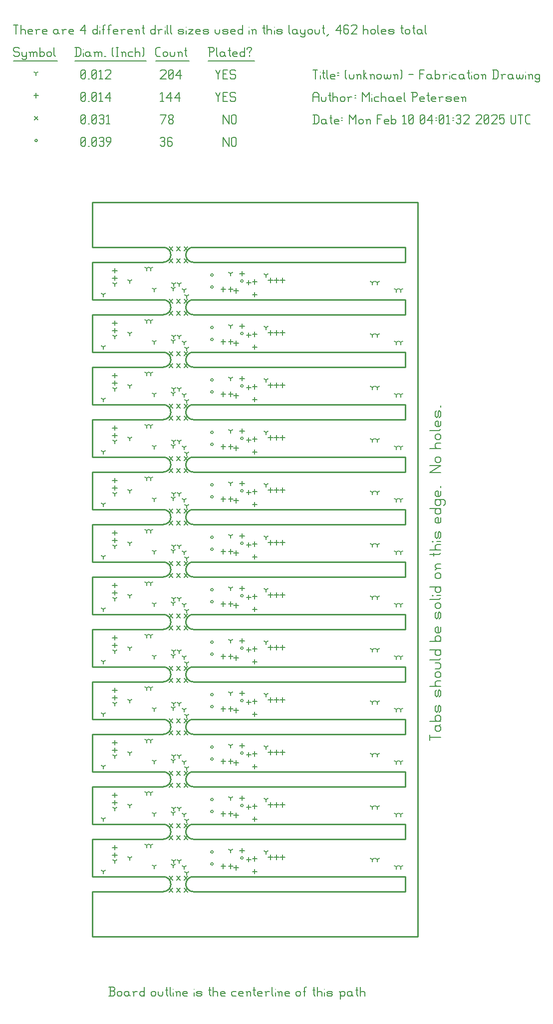
<source format=gbr>
G04 start of page 13 for group -3984 idx -3984 *
G04 Title: (unknown), fab *
G04 Creator: pcb 4.2.2 *
G04 CreationDate: Mon Feb 10 04:01:32 2025 UTC *
G04 For: petersen *
G04 Format: Gerber/RS-274X *
G04 PCB-Dimensions (mil): 3000.00 5500.00 *
G04 PCB-Coordinate-Origin: lower left *
%MOIN*%
%FSLAX25Y25*%
%LNFAB*%
%ADD62C,0.0093*%
%ADD61C,0.0074*%
%ADD60C,0.0100*%
%ADD59C,0.0075*%
%ADD58C,0.0060*%
%ADD57R,0.0080X0.0080*%
G54D57*X151700Y467500D02*G75*G03X153300Y467500I800J0D01*G01*
G75*G03X151700Y467500I-800J0D01*G01*
X131700Y471500D02*G75*G03X133300Y471500I800J0D01*G01*
G75*G03X131700Y471500I-800J0D01*G01*
Y463500D02*G75*G03X133300Y463500I800J0D01*G01*
G75*G03X131700Y463500I-800J0D01*G01*
X151700Y432500D02*G75*G03X153300Y432500I800J0D01*G01*
G75*G03X151700Y432500I-800J0D01*G01*
X131700Y436500D02*G75*G03X133300Y436500I800J0D01*G01*
G75*G03X131700Y436500I-800J0D01*G01*
Y428500D02*G75*G03X133300Y428500I800J0D01*G01*
G75*G03X131700Y428500I-800J0D01*G01*
X151700Y397500D02*G75*G03X153300Y397500I800J0D01*G01*
G75*G03X151700Y397500I-800J0D01*G01*
X131700Y401500D02*G75*G03X133300Y401500I800J0D01*G01*
G75*G03X131700Y401500I-800J0D01*G01*
Y393500D02*G75*G03X133300Y393500I800J0D01*G01*
G75*G03X131700Y393500I-800J0D01*G01*
X151700Y362500D02*G75*G03X153300Y362500I800J0D01*G01*
G75*G03X151700Y362500I-800J0D01*G01*
X131700Y366500D02*G75*G03X133300Y366500I800J0D01*G01*
G75*G03X131700Y366500I-800J0D01*G01*
Y358500D02*G75*G03X133300Y358500I800J0D01*G01*
G75*G03X131700Y358500I-800J0D01*G01*
X151700Y327500D02*G75*G03X153300Y327500I800J0D01*G01*
G75*G03X151700Y327500I-800J0D01*G01*
X131700Y331500D02*G75*G03X133300Y331500I800J0D01*G01*
G75*G03X131700Y331500I-800J0D01*G01*
Y323500D02*G75*G03X133300Y323500I800J0D01*G01*
G75*G03X131700Y323500I-800J0D01*G01*
X151700Y292500D02*G75*G03X153300Y292500I800J0D01*G01*
G75*G03X151700Y292500I-800J0D01*G01*
X131700Y296500D02*G75*G03X133300Y296500I800J0D01*G01*
G75*G03X131700Y296500I-800J0D01*G01*
Y288500D02*G75*G03X133300Y288500I800J0D01*G01*
G75*G03X131700Y288500I-800J0D01*G01*
X151700Y257500D02*G75*G03X153300Y257500I800J0D01*G01*
G75*G03X151700Y257500I-800J0D01*G01*
X131700Y261500D02*G75*G03X133300Y261500I800J0D01*G01*
G75*G03X131700Y261500I-800J0D01*G01*
Y253500D02*G75*G03X133300Y253500I800J0D01*G01*
G75*G03X131700Y253500I-800J0D01*G01*
X151700Y222500D02*G75*G03X153300Y222500I800J0D01*G01*
G75*G03X151700Y222500I-800J0D01*G01*
X131700Y226500D02*G75*G03X133300Y226500I800J0D01*G01*
G75*G03X131700Y226500I-800J0D01*G01*
Y218500D02*G75*G03X133300Y218500I800J0D01*G01*
G75*G03X131700Y218500I-800J0D01*G01*
X151700Y187500D02*G75*G03X153300Y187500I800J0D01*G01*
G75*G03X151700Y187500I-800J0D01*G01*
X131700Y191500D02*G75*G03X133300Y191500I800J0D01*G01*
G75*G03X131700Y191500I-800J0D01*G01*
Y183500D02*G75*G03X133300Y183500I800J0D01*G01*
G75*G03X131700Y183500I-800J0D01*G01*
X151700Y152500D02*G75*G03X153300Y152500I800J0D01*G01*
G75*G03X151700Y152500I-800J0D01*G01*
X131700Y156500D02*G75*G03X133300Y156500I800J0D01*G01*
G75*G03X131700Y156500I-800J0D01*G01*
Y148500D02*G75*G03X133300Y148500I800J0D01*G01*
G75*G03X131700Y148500I-800J0D01*G01*
X151700Y117500D02*G75*G03X153300Y117500I800J0D01*G01*
G75*G03X151700Y117500I-800J0D01*G01*
X131700Y121500D02*G75*G03X133300Y121500I800J0D01*G01*
G75*G03X131700Y121500I-800J0D01*G01*
Y113500D02*G75*G03X133300Y113500I800J0D01*G01*
G75*G03X131700Y113500I-800J0D01*G01*
X151700Y82500D02*G75*G03X153300Y82500I800J0D01*G01*
G75*G03X151700Y82500I-800J0D01*G01*
X131700Y86500D02*G75*G03X133300Y86500I800J0D01*G01*
G75*G03X131700Y86500I-800J0D01*G01*
Y78500D02*G75*G03X133300Y78500I800J0D01*G01*
G75*G03X131700Y78500I-800J0D01*G01*
X14200Y561250D02*G75*G03X15800Y561250I800J0D01*G01*
G75*G03X14200Y561250I-800J0D01*G01*
G54D58*X140000Y563500D02*Y557500D01*
Y563500D02*X143750Y557500D01*
Y563500D02*Y557500D01*
X145550Y562750D02*Y558250D01*
Y562750D02*X146300Y563500D01*
X147800D01*
X148550Y562750D01*
Y558250D01*
X147800Y557500D02*X148550Y558250D01*
X146300Y557500D02*X147800D01*
X145550Y558250D02*X146300Y557500D01*
X98000Y562750D02*X98750Y563500D01*
X100250D01*
X101000Y562750D01*
X100250Y557500D02*X101000Y558250D01*
X98750Y557500D02*X100250D01*
X98000Y558250D02*X98750Y557500D01*
Y560800D02*X100250D01*
X101000Y562750D02*Y561550D01*
Y560050D02*Y558250D01*
Y560050D02*X100250Y560800D01*
X101000Y561550D02*X100250Y560800D01*
X105050Y563500D02*X105800Y562750D01*
X103550Y563500D02*X105050D01*
X102800Y562750D02*X103550Y563500D01*
X102800Y562750D02*Y558250D01*
X103550Y557500D01*
X105050Y560800D02*X105800Y560050D01*
X102800Y560800D02*X105050D01*
X103550Y557500D02*X105050D01*
X105800Y558250D01*
Y560050D02*Y558250D01*
X45000D02*X45750Y557500D01*
X45000Y562750D02*Y558250D01*
Y562750D02*X45750Y563500D01*
X47250D01*
X48000Y562750D01*
Y558250D01*
X47250Y557500D02*X48000Y558250D01*
X45750Y557500D02*X47250D01*
X45000Y559000D02*X48000Y562000D01*
X49800Y557500D02*X50550D01*
X52350Y558250D02*X53100Y557500D01*
X52350Y562750D02*Y558250D01*
Y562750D02*X53100Y563500D01*
X54600D01*
X55350Y562750D01*
Y558250D01*
X54600Y557500D02*X55350Y558250D01*
X53100Y557500D02*X54600D01*
X52350Y559000D02*X55350Y562000D01*
X57150Y562750D02*X57900Y563500D01*
X59400D01*
X60150Y562750D01*
X59400Y557500D02*X60150Y558250D01*
X57900Y557500D02*X59400D01*
X57150Y558250D02*X57900Y557500D01*
Y560800D02*X59400D01*
X60150Y562750D02*Y561550D01*
Y560050D02*Y558250D01*
Y560050D02*X59400Y560800D01*
X60150Y561550D02*X59400Y560800D01*
X62700Y557500D02*X64950Y560500D01*
Y562750D02*Y560500D01*
X64200Y563500D02*X64950Y562750D01*
X62700Y563500D02*X64200D01*
X61950Y562750D02*X62700Y563500D01*
X61950Y562750D02*Y561250D01*
X62700Y560500D01*
X64950D01*
X103800Y420200D02*X106200Y417800D01*
X103800D02*X106200Y420200D01*
X108800D02*X111200Y417800D01*
X108800D02*X111200Y420200D01*
X113800D02*X116200Y417800D01*
X113800D02*X116200Y420200D01*
X113800Y447200D02*X116200Y444800D01*
X113800D02*X116200Y447200D01*
X103800D02*X106200Y444800D01*
X103800D02*X106200Y447200D01*
X108800D02*X111200Y444800D01*
X108800D02*X111200Y447200D01*
X113800Y455200D02*X116200Y452800D01*
X113800D02*X116200Y455200D01*
X108800D02*X111200Y452800D01*
X108800D02*X111200Y455200D01*
X103800D02*X106200Y452800D01*
X103800D02*X106200Y455200D01*
X113800Y412200D02*X116200Y409800D01*
X113800D02*X116200Y412200D01*
X103800D02*X106200Y409800D01*
X103800D02*X106200Y412200D01*
X108800D02*X111200Y409800D01*
X108800D02*X111200Y412200D01*
X113800Y377200D02*X116200Y374800D01*
X113800D02*X116200Y377200D01*
X103800D02*X106200Y374800D01*
X103800D02*X106200Y377200D01*
X108800D02*X111200Y374800D01*
X108800D02*X111200Y377200D01*
X113800Y385200D02*X116200Y382800D01*
X113800D02*X116200Y385200D01*
X108800D02*X111200Y382800D01*
X108800D02*X111200Y385200D01*
X103800D02*X106200Y382800D01*
X103800D02*X106200Y385200D01*
X113800Y342200D02*X116200Y339800D01*
X113800D02*X116200Y342200D01*
X103800D02*X106200Y339800D01*
X103800D02*X106200Y342200D01*
X108800D02*X111200Y339800D01*
X108800D02*X111200Y342200D01*
X113800Y307200D02*X116200Y304800D01*
X113800D02*X116200Y307200D01*
X103800D02*X106200Y304800D01*
X103800D02*X106200Y307200D01*
X108800D02*X111200Y304800D01*
X108800D02*X111200Y307200D01*
X113800Y315200D02*X116200Y312800D01*
X113800D02*X116200Y315200D01*
X108800D02*X111200Y312800D01*
X108800D02*X111200Y315200D01*
X103800D02*X106200Y312800D01*
X103800D02*X106200Y315200D01*
X113800Y272200D02*X116200Y269800D01*
X113800D02*X116200Y272200D01*
X103800D02*X106200Y269800D01*
X103800D02*X106200Y272200D01*
X108800D02*X111200Y269800D01*
X108800D02*X111200Y272200D01*
X113800Y280200D02*X116200Y277800D01*
X113800D02*X116200Y280200D01*
X108800D02*X111200Y277800D01*
X108800D02*X111200Y280200D01*
X103800D02*X106200Y277800D01*
X103800D02*X106200Y280200D01*
X113800Y237200D02*X116200Y234800D01*
X113800D02*X116200Y237200D01*
X103800D02*X106200Y234800D01*
X103800D02*X106200Y237200D01*
X108800D02*X111200Y234800D01*
X108800D02*X111200Y237200D01*
X113800Y245200D02*X116200Y242800D01*
X113800D02*X116200Y245200D01*
X108800D02*X111200Y242800D01*
X108800D02*X111200Y245200D01*
X103800D02*X106200Y242800D01*
X103800D02*X106200Y245200D01*
X113800Y202200D02*X116200Y199800D01*
X113800D02*X116200Y202200D01*
X103800D02*X106200Y199800D01*
X103800D02*X106200Y202200D01*
X108800D02*X111200Y199800D01*
X108800D02*X111200Y202200D01*
X113800Y210200D02*X116200Y207800D01*
X113800D02*X116200Y210200D01*
X108800D02*X111200Y207800D01*
X108800D02*X111200Y210200D01*
X103800D02*X106200Y207800D01*
X103800D02*X106200Y210200D01*
X113800Y167200D02*X116200Y164800D01*
X113800D02*X116200Y167200D01*
X103800D02*X106200Y164800D01*
X103800D02*X106200Y167200D01*
X108800D02*X111200Y164800D01*
X108800D02*X111200Y167200D01*
X113800Y175200D02*X116200Y172800D01*
X113800D02*X116200Y175200D01*
X108800D02*X111200Y172800D01*
X108800D02*X111200Y175200D01*
X103800D02*X106200Y172800D01*
X103800D02*X106200Y175200D01*
X113800Y132200D02*X116200Y129800D01*
X113800D02*X116200Y132200D01*
X103800D02*X106200Y129800D01*
X103800D02*X106200Y132200D01*
X108800D02*X111200Y129800D01*
X108800D02*X111200Y132200D01*
X113800Y140200D02*X116200Y137800D01*
X113800D02*X116200Y140200D01*
X108800D02*X111200Y137800D01*
X108800D02*X111200Y140200D01*
X103800D02*X106200Y137800D01*
X103800D02*X106200Y140200D01*
X113800Y97200D02*X116200Y94800D01*
X113800D02*X116200Y97200D01*
X103800D02*X106200Y94800D01*
X103800D02*X106200Y97200D01*
X108800D02*X111200Y94800D01*
X108800D02*X111200Y97200D01*
X113800Y105200D02*X116200Y102800D01*
X113800D02*X116200Y105200D01*
X108800D02*X111200Y102800D01*
X108800D02*X111200Y105200D01*
X103800D02*X106200Y102800D01*
X103800D02*X106200Y105200D01*
X113800Y482200D02*X116200Y479800D01*
X113800D02*X116200Y482200D01*
X103800D02*X106200Y479800D01*
X103800D02*X106200Y482200D01*
X108800D02*X111200Y479800D01*
X108800D02*X111200Y482200D01*
X113800Y490200D02*X116200Y487800D01*
X113800D02*X116200Y490200D01*
X108800D02*X111200Y487800D01*
X108800D02*X111200Y490200D01*
X103800D02*X106200Y487800D01*
X103800D02*X106200Y490200D01*
X113800Y70200D02*X116200Y67800D01*
X113800D02*X116200Y70200D01*
X103800D02*X106200Y67800D01*
X103800D02*X106200Y70200D01*
X108800D02*X111200Y67800D01*
X108800D02*X111200Y70200D01*
X113800Y62200D02*X116200Y59800D01*
X113800D02*X116200Y62200D01*
X108800D02*X111200Y59800D01*
X108800D02*X111200Y62200D01*
X103800D02*X106200Y59800D01*
X103800D02*X106200Y62200D01*
X103800Y350200D02*X106200Y347800D01*
X103800D02*X106200Y350200D01*
X108800D02*X111200Y347800D01*
X108800D02*X111200Y350200D01*
X113800D02*X116200Y347800D01*
X113800D02*X116200Y350200D01*
X13800Y577450D02*X16200Y575050D01*
X13800D02*X16200Y577450D01*
X140000Y578500D02*Y572500D01*
Y578500D02*X143750Y572500D01*
Y578500D02*Y572500D01*
X145550Y577750D02*Y573250D01*
Y577750D02*X146300Y578500D01*
X147800D01*
X148550Y577750D01*
Y573250D01*
X147800Y572500D02*X148550Y573250D01*
X146300Y572500D02*X147800D01*
X145550Y573250D02*X146300Y572500D01*
X98750D02*X101750Y578500D01*
X98000D02*X101750D01*
X103550Y573250D02*X104300Y572500D01*
X103550Y574450D02*Y573250D01*
Y574450D02*X104600Y575500D01*
X105500D01*
X106550Y574450D01*
Y573250D01*
X105800Y572500D02*X106550Y573250D01*
X104300Y572500D02*X105800D01*
X103550Y576550D02*X104600Y575500D01*
X103550Y577750D02*Y576550D01*
Y577750D02*X104300Y578500D01*
X105800D01*
X106550Y577750D01*
Y576550D01*
X105500Y575500D02*X106550Y576550D01*
X45000Y573250D02*X45750Y572500D01*
X45000Y577750D02*Y573250D01*
Y577750D02*X45750Y578500D01*
X47250D01*
X48000Y577750D01*
Y573250D01*
X47250Y572500D02*X48000Y573250D01*
X45750Y572500D02*X47250D01*
X45000Y574000D02*X48000Y577000D01*
X49800Y572500D02*X50550D01*
X52350Y573250D02*X53100Y572500D01*
X52350Y577750D02*Y573250D01*
Y577750D02*X53100Y578500D01*
X54600D01*
X55350Y577750D01*
Y573250D01*
X54600Y572500D02*X55350Y573250D01*
X53100Y572500D02*X54600D01*
X52350Y574000D02*X55350Y577000D01*
X57150Y577750D02*X57900Y578500D01*
X59400D01*
X60150Y577750D01*
X59400Y572500D02*X60150Y573250D01*
X57900Y572500D02*X59400D01*
X57150Y573250D02*X57900Y572500D01*
Y575800D02*X59400D01*
X60150Y577750D02*Y576550D01*
Y575050D02*Y573250D01*
Y575050D02*X59400Y575800D01*
X60150Y576550D02*X59400Y575800D01*
X61950Y577300D02*X63150Y578500D01*
Y572500D01*
X61950D02*X64200D01*
X67500Y476100D02*Y472900D01*
X65900Y474500D02*X69100D01*
X145000Y463600D02*Y460400D01*
X143400Y462000D02*X146600D01*
X148500Y462600D02*Y459400D01*
X146900Y461000D02*X150100D01*
X161000Y460100D02*Y456900D01*
X159400Y458500D02*X162600D01*
X161000Y468600D02*Y465400D01*
X159400Y467000D02*X162600D01*
X157000Y468100D02*Y464900D01*
X155400Y466500D02*X158600D01*
X152500Y474100D02*Y470900D01*
X150900Y472500D02*X154100D01*
X175500Y469600D02*Y466400D01*
X173900Y468000D02*X177100D01*
X179500Y469600D02*Y466400D01*
X177900Y468000D02*X181100D01*
X171500Y469600D02*Y466400D01*
X169900Y468000D02*X173100D01*
X140000Y463600D02*Y460400D01*
X138400Y462000D02*X141600D01*
X67500Y471100D02*Y467900D01*
X65900Y469500D02*X69100D01*
X67500Y441100D02*Y437900D01*
X65900Y439500D02*X69100D01*
X145000Y428600D02*Y425400D01*
X143400Y427000D02*X146600D01*
X148500Y427600D02*Y424400D01*
X146900Y426000D02*X150100D01*
X161000Y425100D02*Y421900D01*
X159400Y423500D02*X162600D01*
X161000Y433600D02*Y430400D01*
X159400Y432000D02*X162600D01*
X157000Y433100D02*Y429900D01*
X155400Y431500D02*X158600D01*
X152500Y439100D02*Y435900D01*
X150900Y437500D02*X154100D01*
X175500Y434600D02*Y431400D01*
X173900Y433000D02*X177100D01*
X179500Y434600D02*Y431400D01*
X177900Y433000D02*X181100D01*
X171500Y434600D02*Y431400D01*
X169900Y433000D02*X173100D01*
X140000Y428600D02*Y425400D01*
X138400Y427000D02*X141600D01*
X67500Y436100D02*Y432900D01*
X65900Y434500D02*X69100D01*
X67500Y406100D02*Y402900D01*
X65900Y404500D02*X69100D01*
X145000Y393600D02*Y390400D01*
X143400Y392000D02*X146600D01*
X148500Y392600D02*Y389400D01*
X146900Y391000D02*X150100D01*
X161000Y390100D02*Y386900D01*
X159400Y388500D02*X162600D01*
X161000Y398600D02*Y395400D01*
X159400Y397000D02*X162600D01*
X157000Y398100D02*Y394900D01*
X155400Y396500D02*X158600D01*
X152500Y404100D02*Y400900D01*
X150900Y402500D02*X154100D01*
X175500Y399600D02*Y396400D01*
X173900Y398000D02*X177100D01*
X179500Y399600D02*Y396400D01*
X177900Y398000D02*X181100D01*
X171500Y399600D02*Y396400D01*
X169900Y398000D02*X173100D01*
X140000Y393600D02*Y390400D01*
X138400Y392000D02*X141600D01*
X67500Y401100D02*Y397900D01*
X65900Y399500D02*X69100D01*
X67500Y371100D02*Y367900D01*
X65900Y369500D02*X69100D01*
X145000Y358600D02*Y355400D01*
X143400Y357000D02*X146600D01*
X148500Y357600D02*Y354400D01*
X146900Y356000D02*X150100D01*
X161000Y355100D02*Y351900D01*
X159400Y353500D02*X162600D01*
X161000Y363600D02*Y360400D01*
X159400Y362000D02*X162600D01*
X157000Y363100D02*Y359900D01*
X155400Y361500D02*X158600D01*
X152500Y369100D02*Y365900D01*
X150900Y367500D02*X154100D01*
X175500Y364600D02*Y361400D01*
X173900Y363000D02*X177100D01*
X179500Y364600D02*Y361400D01*
X177900Y363000D02*X181100D01*
X171500Y364600D02*Y361400D01*
X169900Y363000D02*X173100D01*
X140000Y358600D02*Y355400D01*
X138400Y357000D02*X141600D01*
X67500Y366100D02*Y362900D01*
X65900Y364500D02*X69100D01*
X67500Y336100D02*Y332900D01*
X65900Y334500D02*X69100D01*
X145000Y323600D02*Y320400D01*
X143400Y322000D02*X146600D01*
X148500Y322600D02*Y319400D01*
X146900Y321000D02*X150100D01*
X161000Y320100D02*Y316900D01*
X159400Y318500D02*X162600D01*
X161000Y328600D02*Y325400D01*
X159400Y327000D02*X162600D01*
X157000Y328100D02*Y324900D01*
X155400Y326500D02*X158600D01*
X152500Y334100D02*Y330900D01*
X150900Y332500D02*X154100D01*
X175500Y329600D02*Y326400D01*
X173900Y328000D02*X177100D01*
X179500Y329600D02*Y326400D01*
X177900Y328000D02*X181100D01*
X171500Y329600D02*Y326400D01*
X169900Y328000D02*X173100D01*
X140000Y323600D02*Y320400D01*
X138400Y322000D02*X141600D01*
X67500Y331100D02*Y327900D01*
X65900Y329500D02*X69100D01*
X67500Y301100D02*Y297900D01*
X65900Y299500D02*X69100D01*
X145000Y288600D02*Y285400D01*
X143400Y287000D02*X146600D01*
X148500Y287600D02*Y284400D01*
X146900Y286000D02*X150100D01*
X161000Y285100D02*Y281900D01*
X159400Y283500D02*X162600D01*
X161000Y293600D02*Y290400D01*
X159400Y292000D02*X162600D01*
X157000Y293100D02*Y289900D01*
X155400Y291500D02*X158600D01*
X152500Y299100D02*Y295900D01*
X150900Y297500D02*X154100D01*
X175500Y294600D02*Y291400D01*
X173900Y293000D02*X177100D01*
X179500Y294600D02*Y291400D01*
X177900Y293000D02*X181100D01*
X171500Y294600D02*Y291400D01*
X169900Y293000D02*X173100D01*
X140000Y288600D02*Y285400D01*
X138400Y287000D02*X141600D01*
X67500Y296100D02*Y292900D01*
X65900Y294500D02*X69100D01*
X67500Y266100D02*Y262900D01*
X65900Y264500D02*X69100D01*
X145000Y253600D02*Y250400D01*
X143400Y252000D02*X146600D01*
X148500Y252600D02*Y249400D01*
X146900Y251000D02*X150100D01*
X161000Y250100D02*Y246900D01*
X159400Y248500D02*X162600D01*
X161000Y258600D02*Y255400D01*
X159400Y257000D02*X162600D01*
X157000Y258100D02*Y254900D01*
X155400Y256500D02*X158600D01*
X152500Y264100D02*Y260900D01*
X150900Y262500D02*X154100D01*
X175500Y259600D02*Y256400D01*
X173900Y258000D02*X177100D01*
X179500Y259600D02*Y256400D01*
X177900Y258000D02*X181100D01*
X171500Y259600D02*Y256400D01*
X169900Y258000D02*X173100D01*
X140000Y253600D02*Y250400D01*
X138400Y252000D02*X141600D01*
X67500Y261100D02*Y257900D01*
X65900Y259500D02*X69100D01*
X67500Y231100D02*Y227900D01*
X65900Y229500D02*X69100D01*
X145000Y218600D02*Y215400D01*
X143400Y217000D02*X146600D01*
X148500Y217600D02*Y214400D01*
X146900Y216000D02*X150100D01*
X161000Y215100D02*Y211900D01*
X159400Y213500D02*X162600D01*
X161000Y223600D02*Y220400D01*
X159400Y222000D02*X162600D01*
X157000Y223100D02*Y219900D01*
X155400Y221500D02*X158600D01*
X152500Y229100D02*Y225900D01*
X150900Y227500D02*X154100D01*
X175500Y224600D02*Y221400D01*
X173900Y223000D02*X177100D01*
X179500Y224600D02*Y221400D01*
X177900Y223000D02*X181100D01*
X171500Y224600D02*Y221400D01*
X169900Y223000D02*X173100D01*
X140000Y218600D02*Y215400D01*
X138400Y217000D02*X141600D01*
X67500Y226100D02*Y222900D01*
X65900Y224500D02*X69100D01*
X67500Y196100D02*Y192900D01*
X65900Y194500D02*X69100D01*
X145000Y183600D02*Y180400D01*
X143400Y182000D02*X146600D01*
X148500Y182600D02*Y179400D01*
X146900Y181000D02*X150100D01*
X161000Y180100D02*Y176900D01*
X159400Y178500D02*X162600D01*
X161000Y188600D02*Y185400D01*
X159400Y187000D02*X162600D01*
X157000Y188100D02*Y184900D01*
X155400Y186500D02*X158600D01*
X152500Y194100D02*Y190900D01*
X150900Y192500D02*X154100D01*
X175500Y189600D02*Y186400D01*
X173900Y188000D02*X177100D01*
X179500Y189600D02*Y186400D01*
X177900Y188000D02*X181100D01*
X171500Y189600D02*Y186400D01*
X169900Y188000D02*X173100D01*
X140000Y183600D02*Y180400D01*
X138400Y182000D02*X141600D01*
X67500Y191100D02*Y187900D01*
X65900Y189500D02*X69100D01*
X67500Y161100D02*Y157900D01*
X65900Y159500D02*X69100D01*
X145000Y148600D02*Y145400D01*
X143400Y147000D02*X146600D01*
X148500Y147600D02*Y144400D01*
X146900Y146000D02*X150100D01*
X161000Y145100D02*Y141900D01*
X159400Y143500D02*X162600D01*
X161000Y153600D02*Y150400D01*
X159400Y152000D02*X162600D01*
X157000Y153100D02*Y149900D01*
X155400Y151500D02*X158600D01*
X152500Y159100D02*Y155900D01*
X150900Y157500D02*X154100D01*
X175500Y154600D02*Y151400D01*
X173900Y153000D02*X177100D01*
X179500Y154600D02*Y151400D01*
X177900Y153000D02*X181100D01*
X171500Y154600D02*Y151400D01*
X169900Y153000D02*X173100D01*
X140000Y148600D02*Y145400D01*
X138400Y147000D02*X141600D01*
X67500Y156100D02*Y152900D01*
X65900Y154500D02*X69100D01*
X67500Y126100D02*Y122900D01*
X65900Y124500D02*X69100D01*
X145000Y113600D02*Y110400D01*
X143400Y112000D02*X146600D01*
X148500Y112600D02*Y109400D01*
X146900Y111000D02*X150100D01*
X161000Y110100D02*Y106900D01*
X159400Y108500D02*X162600D01*
X161000Y118600D02*Y115400D01*
X159400Y117000D02*X162600D01*
X157000Y118100D02*Y114900D01*
X155400Y116500D02*X158600D01*
X152500Y124100D02*Y120900D01*
X150900Y122500D02*X154100D01*
X175500Y119600D02*Y116400D01*
X173900Y118000D02*X177100D01*
X179500Y119600D02*Y116400D01*
X177900Y118000D02*X181100D01*
X171500Y119600D02*Y116400D01*
X169900Y118000D02*X173100D01*
X140000Y113600D02*Y110400D01*
X138400Y112000D02*X141600D01*
X67500Y121100D02*Y117900D01*
X65900Y119500D02*X69100D01*
X67500Y91100D02*Y87900D01*
X65900Y89500D02*X69100D01*
X145000Y78600D02*Y75400D01*
X143400Y77000D02*X146600D01*
X148500Y77600D02*Y74400D01*
X146900Y76000D02*X150100D01*
X161000Y75100D02*Y71900D01*
X159400Y73500D02*X162600D01*
X161000Y83600D02*Y80400D01*
X159400Y82000D02*X162600D01*
X157000Y83100D02*Y79900D01*
X155400Y81500D02*X158600D01*
X152500Y89100D02*Y85900D01*
X150900Y87500D02*X154100D01*
X175500Y84600D02*Y81400D01*
X173900Y83000D02*X177100D01*
X179500Y84600D02*Y81400D01*
X177900Y83000D02*X181100D01*
X171500Y84600D02*Y81400D01*
X169900Y83000D02*X173100D01*
X140000Y78600D02*Y75400D01*
X138400Y77000D02*X141600D01*
X67500Y86100D02*Y82900D01*
X65900Y84500D02*X69100D01*
X15000Y592850D02*Y589650D01*
X13400Y591250D02*X16600D01*
X135000Y593500D02*X136500Y590500D01*
X138000Y593500D01*
X136500Y590500D02*Y587500D01*
X139800Y590800D02*X142050D01*
X139800Y587500D02*X142800D01*
X139800Y593500D02*Y587500D01*
Y593500D02*X142800D01*
X147600D02*X148350Y592750D01*
X145350Y593500D02*X147600D01*
X144600Y592750D02*X145350Y593500D01*
X144600Y592750D02*Y591250D01*
X145350Y590500D01*
X147600D01*
X148350Y589750D01*
Y588250D01*
X147600Y587500D02*X148350Y588250D01*
X145350Y587500D02*X147600D01*
X144600Y588250D02*X145350Y587500D01*
X98000Y592300D02*X99200Y593500D01*
Y587500D01*
X98000D02*X100250D01*
X102050Y589750D02*X105050Y593500D01*
X102050Y589750D02*X105800D01*
X105050Y593500D02*Y587500D01*
X107600Y589750D02*X110600Y593500D01*
X107600Y589750D02*X111350D01*
X110600Y593500D02*Y587500D01*
X45000Y588250D02*X45750Y587500D01*
X45000Y592750D02*Y588250D01*
Y592750D02*X45750Y593500D01*
X47250D01*
X48000Y592750D01*
Y588250D01*
X47250Y587500D02*X48000Y588250D01*
X45750Y587500D02*X47250D01*
X45000Y589000D02*X48000Y592000D01*
X49800Y587500D02*X50550D01*
X52350Y588250D02*X53100Y587500D01*
X52350Y592750D02*Y588250D01*
Y592750D02*X53100Y593500D01*
X54600D01*
X55350Y592750D01*
Y588250D01*
X54600Y587500D02*X55350Y588250D01*
X53100Y587500D02*X54600D01*
X52350Y589000D02*X55350Y592000D01*
X57150Y592300D02*X58350Y593500D01*
Y587500D01*
X57150D02*X59400D01*
X61200Y589750D02*X64200Y593500D01*
X61200Y589750D02*X64950D01*
X64200Y593500D02*Y587500D01*
X77500Y467500D02*Y465900D01*
Y467500D02*X78887Y468300D01*
X77500Y467500D02*X76113Y468300D01*
X89000Y476000D02*Y474400D01*
Y476000D02*X90387Y476800D01*
X89000Y476000D02*X87613Y476800D01*
X168500Y471500D02*Y469900D01*
Y471500D02*X169887Y472300D01*
X168500Y471500D02*X167113Y472300D01*
X255500Y461594D02*Y459994D01*
Y461594D02*X256887Y462394D01*
X255500Y461594D02*X254113Y462394D01*
X258500Y461594D02*Y459994D01*
Y461594D02*X259887Y462394D01*
X258500Y461594D02*X257113Y462394D01*
X243000Y466500D02*Y464900D01*
Y466500D02*X244387Y467300D01*
X243000Y466500D02*X241613Y467300D01*
X239500Y466500D02*Y464900D01*
Y466500D02*X240887Y467300D01*
X239500Y466500D02*X238113Y467300D01*
X145000Y472500D02*Y470900D01*
Y472500D02*X146387Y473300D01*
X145000Y472500D02*X143613Y473300D01*
X115500Y457500D02*Y455900D01*
Y457500D02*X116887Y458300D01*
X115500Y457500D02*X114113Y458300D01*
X114000Y461500D02*Y459900D01*
Y461500D02*X115387Y462300D01*
X114000Y461500D02*X112613Y462300D01*
X106500Y462500D02*Y460900D01*
Y462500D02*X107887Y463300D01*
X106500Y462500D02*X105113Y463300D01*
X107000Y465500D02*Y463900D01*
Y465500D02*X108387Y466300D01*
X107000Y465500D02*X105613Y466300D01*
X110500Y465500D02*Y463900D01*
Y465500D02*X111887Y466300D01*
X110500Y465500D02*X109113Y466300D01*
X94000Y462000D02*Y460400D01*
Y462000D02*X95387Y462800D01*
X94000Y462000D02*X92613Y462800D01*
X91500Y476000D02*Y474400D01*
Y476000D02*X92887Y476800D01*
X91500Y476000D02*X90113Y476800D01*
X60000Y458500D02*Y456900D01*
Y458500D02*X61387Y459300D01*
X60000Y458500D02*X58613Y459300D01*
X67500Y465500D02*Y463900D01*
Y465500D02*X68887Y466300D01*
X67500Y465500D02*X66113Y466300D01*
X77500Y432500D02*Y430900D01*
Y432500D02*X78887Y433300D01*
X77500Y432500D02*X76113Y433300D01*
X89000Y441000D02*Y439400D01*
Y441000D02*X90387Y441800D01*
X89000Y441000D02*X87613Y441800D01*
X168500Y436500D02*Y434900D01*
Y436500D02*X169887Y437300D01*
X168500Y436500D02*X167113Y437300D01*
X255500Y426594D02*Y424994D01*
Y426594D02*X256887Y427394D01*
X255500Y426594D02*X254113Y427394D01*
X258500Y426594D02*Y424994D01*
Y426594D02*X259887Y427394D01*
X258500Y426594D02*X257113Y427394D01*
X243000Y431500D02*Y429900D01*
Y431500D02*X244387Y432300D01*
X243000Y431500D02*X241613Y432300D01*
X239500Y431500D02*Y429900D01*
Y431500D02*X240887Y432300D01*
X239500Y431500D02*X238113Y432300D01*
X145000Y437500D02*Y435900D01*
Y437500D02*X146387Y438300D01*
X145000Y437500D02*X143613Y438300D01*
X115500Y422500D02*Y420900D01*
Y422500D02*X116887Y423300D01*
X115500Y422500D02*X114113Y423300D01*
X114000Y426500D02*Y424900D01*
Y426500D02*X115387Y427300D01*
X114000Y426500D02*X112613Y427300D01*
X106500Y427500D02*Y425900D01*
Y427500D02*X107887Y428300D01*
X106500Y427500D02*X105113Y428300D01*
X107000Y430500D02*Y428900D01*
Y430500D02*X108387Y431300D01*
X107000Y430500D02*X105613Y431300D01*
X110500Y430500D02*Y428900D01*
Y430500D02*X111887Y431300D01*
X110500Y430500D02*X109113Y431300D01*
X94000Y427000D02*Y425400D01*
Y427000D02*X95387Y427800D01*
X94000Y427000D02*X92613Y427800D01*
X91500Y441000D02*Y439400D01*
Y441000D02*X92887Y441800D01*
X91500Y441000D02*X90113Y441800D01*
X60000Y423500D02*Y421900D01*
Y423500D02*X61387Y424300D01*
X60000Y423500D02*X58613Y424300D01*
X67500Y430500D02*Y428900D01*
Y430500D02*X68887Y431300D01*
X67500Y430500D02*X66113Y431300D01*
X77500Y397500D02*Y395900D01*
Y397500D02*X78887Y398300D01*
X77500Y397500D02*X76113Y398300D01*
X89000Y406000D02*Y404400D01*
Y406000D02*X90387Y406800D01*
X89000Y406000D02*X87613Y406800D01*
X168500Y401500D02*Y399900D01*
Y401500D02*X169887Y402300D01*
X168500Y401500D02*X167113Y402300D01*
X255500Y391594D02*Y389994D01*
Y391594D02*X256887Y392394D01*
X255500Y391594D02*X254113Y392394D01*
X258500Y391594D02*Y389994D01*
Y391594D02*X259887Y392394D01*
X258500Y391594D02*X257113Y392394D01*
X243000Y396500D02*Y394900D01*
Y396500D02*X244387Y397300D01*
X243000Y396500D02*X241613Y397300D01*
X239500Y396500D02*Y394900D01*
Y396500D02*X240887Y397300D01*
X239500Y396500D02*X238113Y397300D01*
X145000Y402500D02*Y400900D01*
Y402500D02*X146387Y403300D01*
X145000Y402500D02*X143613Y403300D01*
X115500Y387500D02*Y385900D01*
Y387500D02*X116887Y388300D01*
X115500Y387500D02*X114113Y388300D01*
X114000Y391500D02*Y389900D01*
Y391500D02*X115387Y392300D01*
X114000Y391500D02*X112613Y392300D01*
X106500Y392500D02*Y390900D01*
Y392500D02*X107887Y393300D01*
X106500Y392500D02*X105113Y393300D01*
X107000Y395500D02*Y393900D01*
Y395500D02*X108387Y396300D01*
X107000Y395500D02*X105613Y396300D01*
X110500Y395500D02*Y393900D01*
Y395500D02*X111887Y396300D01*
X110500Y395500D02*X109113Y396300D01*
X94000Y392000D02*Y390400D01*
Y392000D02*X95387Y392800D01*
X94000Y392000D02*X92613Y392800D01*
X91500Y406000D02*Y404400D01*
Y406000D02*X92887Y406800D01*
X91500Y406000D02*X90113Y406800D01*
X60000Y388500D02*Y386900D01*
Y388500D02*X61387Y389300D01*
X60000Y388500D02*X58613Y389300D01*
X67500Y395500D02*Y393900D01*
Y395500D02*X68887Y396300D01*
X67500Y395500D02*X66113Y396300D01*
X77500Y362500D02*Y360900D01*
Y362500D02*X78887Y363300D01*
X77500Y362500D02*X76113Y363300D01*
X89000Y371000D02*Y369400D01*
Y371000D02*X90387Y371800D01*
X89000Y371000D02*X87613Y371800D01*
X168500Y366500D02*Y364900D01*
Y366500D02*X169887Y367300D01*
X168500Y366500D02*X167113Y367300D01*
X255500Y356594D02*Y354994D01*
Y356594D02*X256887Y357394D01*
X255500Y356594D02*X254113Y357394D01*
X258500Y356594D02*Y354994D01*
Y356594D02*X259887Y357394D01*
X258500Y356594D02*X257113Y357394D01*
X243000Y361500D02*Y359900D01*
Y361500D02*X244387Y362300D01*
X243000Y361500D02*X241613Y362300D01*
X239500Y361500D02*Y359900D01*
Y361500D02*X240887Y362300D01*
X239500Y361500D02*X238113Y362300D01*
X145000Y367500D02*Y365900D01*
Y367500D02*X146387Y368300D01*
X145000Y367500D02*X143613Y368300D01*
X115500Y352500D02*Y350900D01*
Y352500D02*X116887Y353300D01*
X115500Y352500D02*X114113Y353300D01*
X114000Y356500D02*Y354900D01*
Y356500D02*X115387Y357300D01*
X114000Y356500D02*X112613Y357300D01*
X106500Y357500D02*Y355900D01*
Y357500D02*X107887Y358300D01*
X106500Y357500D02*X105113Y358300D01*
X107000Y360500D02*Y358900D01*
Y360500D02*X108387Y361300D01*
X107000Y360500D02*X105613Y361300D01*
X110500Y360500D02*Y358900D01*
Y360500D02*X111887Y361300D01*
X110500Y360500D02*X109113Y361300D01*
X94000Y357000D02*Y355400D01*
Y357000D02*X95387Y357800D01*
X94000Y357000D02*X92613Y357800D01*
X91500Y371000D02*Y369400D01*
Y371000D02*X92887Y371800D01*
X91500Y371000D02*X90113Y371800D01*
X60000Y353500D02*Y351900D01*
Y353500D02*X61387Y354300D01*
X60000Y353500D02*X58613Y354300D01*
X67500Y360500D02*Y358900D01*
Y360500D02*X68887Y361300D01*
X67500Y360500D02*X66113Y361300D01*
X77500Y327500D02*Y325900D01*
Y327500D02*X78887Y328300D01*
X77500Y327500D02*X76113Y328300D01*
X89000Y336000D02*Y334400D01*
Y336000D02*X90387Y336800D01*
X89000Y336000D02*X87613Y336800D01*
X168500Y331500D02*Y329900D01*
Y331500D02*X169887Y332300D01*
X168500Y331500D02*X167113Y332300D01*
X255500Y321594D02*Y319994D01*
Y321594D02*X256887Y322394D01*
X255500Y321594D02*X254113Y322394D01*
X258500Y321594D02*Y319994D01*
Y321594D02*X259887Y322394D01*
X258500Y321594D02*X257113Y322394D01*
X243000Y326500D02*Y324900D01*
Y326500D02*X244387Y327300D01*
X243000Y326500D02*X241613Y327300D01*
X239500Y326500D02*Y324900D01*
Y326500D02*X240887Y327300D01*
X239500Y326500D02*X238113Y327300D01*
X145000Y332500D02*Y330900D01*
Y332500D02*X146387Y333300D01*
X145000Y332500D02*X143613Y333300D01*
X115500Y317500D02*Y315900D01*
Y317500D02*X116887Y318300D01*
X115500Y317500D02*X114113Y318300D01*
X114000Y321500D02*Y319900D01*
Y321500D02*X115387Y322300D01*
X114000Y321500D02*X112613Y322300D01*
X106500Y322500D02*Y320900D01*
Y322500D02*X107887Y323300D01*
X106500Y322500D02*X105113Y323300D01*
X107000Y325500D02*Y323900D01*
Y325500D02*X108387Y326300D01*
X107000Y325500D02*X105613Y326300D01*
X110500Y325500D02*Y323900D01*
Y325500D02*X111887Y326300D01*
X110500Y325500D02*X109113Y326300D01*
X94000Y322000D02*Y320400D01*
Y322000D02*X95387Y322800D01*
X94000Y322000D02*X92613Y322800D01*
X91500Y336000D02*Y334400D01*
Y336000D02*X92887Y336800D01*
X91500Y336000D02*X90113Y336800D01*
X60000Y318500D02*Y316900D01*
Y318500D02*X61387Y319300D01*
X60000Y318500D02*X58613Y319300D01*
X67500Y325500D02*Y323900D01*
Y325500D02*X68887Y326300D01*
X67500Y325500D02*X66113Y326300D01*
X77500Y292500D02*Y290900D01*
Y292500D02*X78887Y293300D01*
X77500Y292500D02*X76113Y293300D01*
X89000Y301000D02*Y299400D01*
Y301000D02*X90387Y301800D01*
X89000Y301000D02*X87613Y301800D01*
X168500Y296500D02*Y294900D01*
Y296500D02*X169887Y297300D01*
X168500Y296500D02*X167113Y297300D01*
X255500Y286594D02*Y284994D01*
Y286594D02*X256887Y287394D01*
X255500Y286594D02*X254113Y287394D01*
X258500Y286594D02*Y284994D01*
Y286594D02*X259887Y287394D01*
X258500Y286594D02*X257113Y287394D01*
X243000Y291500D02*Y289900D01*
Y291500D02*X244387Y292300D01*
X243000Y291500D02*X241613Y292300D01*
X239500Y291500D02*Y289900D01*
Y291500D02*X240887Y292300D01*
X239500Y291500D02*X238113Y292300D01*
X145000Y297500D02*Y295900D01*
Y297500D02*X146387Y298300D01*
X145000Y297500D02*X143613Y298300D01*
X115500Y282500D02*Y280900D01*
Y282500D02*X116887Y283300D01*
X115500Y282500D02*X114113Y283300D01*
X114000Y286500D02*Y284900D01*
Y286500D02*X115387Y287300D01*
X114000Y286500D02*X112613Y287300D01*
X106500Y287500D02*Y285900D01*
Y287500D02*X107887Y288300D01*
X106500Y287500D02*X105113Y288300D01*
X107000Y290500D02*Y288900D01*
Y290500D02*X108387Y291300D01*
X107000Y290500D02*X105613Y291300D01*
X110500Y290500D02*Y288900D01*
Y290500D02*X111887Y291300D01*
X110500Y290500D02*X109113Y291300D01*
X94000Y287000D02*Y285400D01*
Y287000D02*X95387Y287800D01*
X94000Y287000D02*X92613Y287800D01*
X91500Y301000D02*Y299400D01*
Y301000D02*X92887Y301800D01*
X91500Y301000D02*X90113Y301800D01*
X60000Y283500D02*Y281900D01*
Y283500D02*X61387Y284300D01*
X60000Y283500D02*X58613Y284300D01*
X67500Y290500D02*Y288900D01*
Y290500D02*X68887Y291300D01*
X67500Y290500D02*X66113Y291300D01*
X77500Y257500D02*Y255900D01*
Y257500D02*X78887Y258300D01*
X77500Y257500D02*X76113Y258300D01*
X89000Y266000D02*Y264400D01*
Y266000D02*X90387Y266800D01*
X89000Y266000D02*X87613Y266800D01*
X168500Y261500D02*Y259900D01*
Y261500D02*X169887Y262300D01*
X168500Y261500D02*X167113Y262300D01*
X255500Y251594D02*Y249994D01*
Y251594D02*X256887Y252394D01*
X255500Y251594D02*X254113Y252394D01*
X258500Y251594D02*Y249994D01*
Y251594D02*X259887Y252394D01*
X258500Y251594D02*X257113Y252394D01*
X243000Y256500D02*Y254900D01*
Y256500D02*X244387Y257300D01*
X243000Y256500D02*X241613Y257300D01*
X239500Y256500D02*Y254900D01*
Y256500D02*X240887Y257300D01*
X239500Y256500D02*X238113Y257300D01*
X145000Y262500D02*Y260900D01*
Y262500D02*X146387Y263300D01*
X145000Y262500D02*X143613Y263300D01*
X115500Y247500D02*Y245900D01*
Y247500D02*X116887Y248300D01*
X115500Y247500D02*X114113Y248300D01*
X114000Y251500D02*Y249900D01*
Y251500D02*X115387Y252300D01*
X114000Y251500D02*X112613Y252300D01*
X106500Y252500D02*Y250900D01*
Y252500D02*X107887Y253300D01*
X106500Y252500D02*X105113Y253300D01*
X107000Y255500D02*Y253900D01*
Y255500D02*X108387Y256300D01*
X107000Y255500D02*X105613Y256300D01*
X110500Y255500D02*Y253900D01*
Y255500D02*X111887Y256300D01*
X110500Y255500D02*X109113Y256300D01*
X94000Y252000D02*Y250400D01*
Y252000D02*X95387Y252800D01*
X94000Y252000D02*X92613Y252800D01*
X91500Y266000D02*Y264400D01*
Y266000D02*X92887Y266800D01*
X91500Y266000D02*X90113Y266800D01*
X60000Y248500D02*Y246900D01*
Y248500D02*X61387Y249300D01*
X60000Y248500D02*X58613Y249300D01*
X67500Y255500D02*Y253900D01*
Y255500D02*X68887Y256300D01*
X67500Y255500D02*X66113Y256300D01*
X77500Y222500D02*Y220900D01*
Y222500D02*X78887Y223300D01*
X77500Y222500D02*X76113Y223300D01*
X89000Y231000D02*Y229400D01*
Y231000D02*X90387Y231800D01*
X89000Y231000D02*X87613Y231800D01*
X168500Y226500D02*Y224900D01*
Y226500D02*X169887Y227300D01*
X168500Y226500D02*X167113Y227300D01*
X255500Y216594D02*Y214994D01*
Y216594D02*X256887Y217394D01*
X255500Y216594D02*X254113Y217394D01*
X258500Y216594D02*Y214994D01*
Y216594D02*X259887Y217394D01*
X258500Y216594D02*X257113Y217394D01*
X243000Y221500D02*Y219900D01*
Y221500D02*X244387Y222300D01*
X243000Y221500D02*X241613Y222300D01*
X239500Y221500D02*Y219900D01*
Y221500D02*X240887Y222300D01*
X239500Y221500D02*X238113Y222300D01*
X145000Y227500D02*Y225900D01*
Y227500D02*X146387Y228300D01*
X145000Y227500D02*X143613Y228300D01*
X115500Y212500D02*Y210900D01*
Y212500D02*X116887Y213300D01*
X115500Y212500D02*X114113Y213300D01*
X114000Y216500D02*Y214900D01*
Y216500D02*X115387Y217300D01*
X114000Y216500D02*X112613Y217300D01*
X106500Y217500D02*Y215900D01*
Y217500D02*X107887Y218300D01*
X106500Y217500D02*X105113Y218300D01*
X107000Y220500D02*Y218900D01*
Y220500D02*X108387Y221300D01*
X107000Y220500D02*X105613Y221300D01*
X110500Y220500D02*Y218900D01*
Y220500D02*X111887Y221300D01*
X110500Y220500D02*X109113Y221300D01*
X94000Y217000D02*Y215400D01*
Y217000D02*X95387Y217800D01*
X94000Y217000D02*X92613Y217800D01*
X91500Y231000D02*Y229400D01*
Y231000D02*X92887Y231800D01*
X91500Y231000D02*X90113Y231800D01*
X60000Y213500D02*Y211900D01*
Y213500D02*X61387Y214300D01*
X60000Y213500D02*X58613Y214300D01*
X67500Y220500D02*Y218900D01*
Y220500D02*X68887Y221300D01*
X67500Y220500D02*X66113Y221300D01*
X77500Y187500D02*Y185900D01*
Y187500D02*X78887Y188300D01*
X77500Y187500D02*X76113Y188300D01*
X89000Y196000D02*Y194400D01*
Y196000D02*X90387Y196800D01*
X89000Y196000D02*X87613Y196800D01*
X168500Y191500D02*Y189900D01*
Y191500D02*X169887Y192300D01*
X168500Y191500D02*X167113Y192300D01*
X255500Y181594D02*Y179994D01*
Y181594D02*X256887Y182394D01*
X255500Y181594D02*X254113Y182394D01*
X258500Y181594D02*Y179994D01*
Y181594D02*X259887Y182394D01*
X258500Y181594D02*X257113Y182394D01*
X243000Y186500D02*Y184900D01*
Y186500D02*X244387Y187300D01*
X243000Y186500D02*X241613Y187300D01*
X239500Y186500D02*Y184900D01*
Y186500D02*X240887Y187300D01*
X239500Y186500D02*X238113Y187300D01*
X145000Y192500D02*Y190900D01*
Y192500D02*X146387Y193300D01*
X145000Y192500D02*X143613Y193300D01*
X115500Y177500D02*Y175900D01*
Y177500D02*X116887Y178300D01*
X115500Y177500D02*X114113Y178300D01*
X114000Y181500D02*Y179900D01*
Y181500D02*X115387Y182300D01*
X114000Y181500D02*X112613Y182300D01*
X106500Y182500D02*Y180900D01*
Y182500D02*X107887Y183300D01*
X106500Y182500D02*X105113Y183300D01*
X107000Y185500D02*Y183900D01*
Y185500D02*X108387Y186300D01*
X107000Y185500D02*X105613Y186300D01*
X110500Y185500D02*Y183900D01*
Y185500D02*X111887Y186300D01*
X110500Y185500D02*X109113Y186300D01*
X94000Y182000D02*Y180400D01*
Y182000D02*X95387Y182800D01*
X94000Y182000D02*X92613Y182800D01*
X91500Y196000D02*Y194400D01*
Y196000D02*X92887Y196800D01*
X91500Y196000D02*X90113Y196800D01*
X60000Y178500D02*Y176900D01*
Y178500D02*X61387Y179300D01*
X60000Y178500D02*X58613Y179300D01*
X67500Y185500D02*Y183900D01*
Y185500D02*X68887Y186300D01*
X67500Y185500D02*X66113Y186300D01*
X77500Y152500D02*Y150900D01*
Y152500D02*X78887Y153300D01*
X77500Y152500D02*X76113Y153300D01*
X89000Y161000D02*Y159400D01*
Y161000D02*X90387Y161800D01*
X89000Y161000D02*X87613Y161800D01*
X168500Y156500D02*Y154900D01*
Y156500D02*X169887Y157300D01*
X168500Y156500D02*X167113Y157300D01*
X255500Y146594D02*Y144994D01*
Y146594D02*X256887Y147394D01*
X255500Y146594D02*X254113Y147394D01*
X258500Y146594D02*Y144994D01*
Y146594D02*X259887Y147394D01*
X258500Y146594D02*X257113Y147394D01*
X243000Y151500D02*Y149900D01*
Y151500D02*X244387Y152300D01*
X243000Y151500D02*X241613Y152300D01*
X239500Y151500D02*Y149900D01*
Y151500D02*X240887Y152300D01*
X239500Y151500D02*X238113Y152300D01*
X145000Y157500D02*Y155900D01*
Y157500D02*X146387Y158300D01*
X145000Y157500D02*X143613Y158300D01*
X115500Y142500D02*Y140900D01*
Y142500D02*X116887Y143300D01*
X115500Y142500D02*X114113Y143300D01*
X114000Y146500D02*Y144900D01*
Y146500D02*X115387Y147300D01*
X114000Y146500D02*X112613Y147300D01*
X106500Y147500D02*Y145900D01*
Y147500D02*X107887Y148300D01*
X106500Y147500D02*X105113Y148300D01*
X107000Y150500D02*Y148900D01*
Y150500D02*X108387Y151300D01*
X107000Y150500D02*X105613Y151300D01*
X110500Y150500D02*Y148900D01*
Y150500D02*X111887Y151300D01*
X110500Y150500D02*X109113Y151300D01*
X94000Y147000D02*Y145400D01*
Y147000D02*X95387Y147800D01*
X94000Y147000D02*X92613Y147800D01*
X91500Y161000D02*Y159400D01*
Y161000D02*X92887Y161800D01*
X91500Y161000D02*X90113Y161800D01*
X60000Y143500D02*Y141900D01*
Y143500D02*X61387Y144300D01*
X60000Y143500D02*X58613Y144300D01*
X67500Y150500D02*Y148900D01*
Y150500D02*X68887Y151300D01*
X67500Y150500D02*X66113Y151300D01*
X77500Y117500D02*Y115900D01*
Y117500D02*X78887Y118300D01*
X77500Y117500D02*X76113Y118300D01*
X89000Y126000D02*Y124400D01*
Y126000D02*X90387Y126800D01*
X89000Y126000D02*X87613Y126800D01*
X168500Y121500D02*Y119900D01*
Y121500D02*X169887Y122300D01*
X168500Y121500D02*X167113Y122300D01*
X255500Y111594D02*Y109994D01*
Y111594D02*X256887Y112394D01*
X255500Y111594D02*X254113Y112394D01*
X258500Y111594D02*Y109994D01*
Y111594D02*X259887Y112394D01*
X258500Y111594D02*X257113Y112394D01*
X243000Y116500D02*Y114900D01*
Y116500D02*X244387Y117300D01*
X243000Y116500D02*X241613Y117300D01*
X239500Y116500D02*Y114900D01*
Y116500D02*X240887Y117300D01*
X239500Y116500D02*X238113Y117300D01*
X145000Y122500D02*Y120900D01*
Y122500D02*X146387Y123300D01*
X145000Y122500D02*X143613Y123300D01*
X115500Y107500D02*Y105900D01*
Y107500D02*X116887Y108300D01*
X115500Y107500D02*X114113Y108300D01*
X114000Y111500D02*Y109900D01*
Y111500D02*X115387Y112300D01*
X114000Y111500D02*X112613Y112300D01*
X106500Y112500D02*Y110900D01*
Y112500D02*X107887Y113300D01*
X106500Y112500D02*X105113Y113300D01*
X107000Y115500D02*Y113900D01*
Y115500D02*X108387Y116300D01*
X107000Y115500D02*X105613Y116300D01*
X110500Y115500D02*Y113900D01*
Y115500D02*X111887Y116300D01*
X110500Y115500D02*X109113Y116300D01*
X94000Y112000D02*Y110400D01*
Y112000D02*X95387Y112800D01*
X94000Y112000D02*X92613Y112800D01*
X91500Y126000D02*Y124400D01*
Y126000D02*X92887Y126800D01*
X91500Y126000D02*X90113Y126800D01*
X60000Y108500D02*Y106900D01*
Y108500D02*X61387Y109300D01*
X60000Y108500D02*X58613Y109300D01*
X67500Y115500D02*Y113900D01*
Y115500D02*X68887Y116300D01*
X67500Y115500D02*X66113Y116300D01*
X77500Y82500D02*Y80900D01*
Y82500D02*X78887Y83300D01*
X77500Y82500D02*X76113Y83300D01*
X89000Y91000D02*Y89400D01*
Y91000D02*X90387Y91800D01*
X89000Y91000D02*X87613Y91800D01*
X168500Y86500D02*Y84900D01*
Y86500D02*X169887Y87300D01*
X168500Y86500D02*X167113Y87300D01*
X255500Y76594D02*Y74994D01*
Y76594D02*X256887Y77394D01*
X255500Y76594D02*X254113Y77394D01*
X258500Y76594D02*Y74994D01*
Y76594D02*X259887Y77394D01*
X258500Y76594D02*X257113Y77394D01*
X243000Y81500D02*Y79900D01*
Y81500D02*X244387Y82300D01*
X243000Y81500D02*X241613Y82300D01*
X239500Y81500D02*Y79900D01*
Y81500D02*X240887Y82300D01*
X239500Y81500D02*X238113Y82300D01*
X145000Y87500D02*Y85900D01*
Y87500D02*X146387Y88300D01*
X145000Y87500D02*X143613Y88300D01*
X115500Y72500D02*Y70900D01*
Y72500D02*X116887Y73300D01*
X115500Y72500D02*X114113Y73300D01*
X114000Y76500D02*Y74900D01*
Y76500D02*X115387Y77300D01*
X114000Y76500D02*X112613Y77300D01*
X106500Y77500D02*Y75900D01*
Y77500D02*X107887Y78300D01*
X106500Y77500D02*X105113Y78300D01*
X107000Y80500D02*Y78900D01*
Y80500D02*X108387Y81300D01*
X107000Y80500D02*X105613Y81300D01*
X110500Y80500D02*Y78900D01*
Y80500D02*X111887Y81300D01*
X110500Y80500D02*X109113Y81300D01*
X94000Y77000D02*Y75400D01*
Y77000D02*X95387Y77800D01*
X94000Y77000D02*X92613Y77800D01*
X91500Y91000D02*Y89400D01*
Y91000D02*X92887Y91800D01*
X91500Y91000D02*X90113Y91800D01*
X60000Y73500D02*Y71900D01*
Y73500D02*X61387Y74300D01*
X60000Y73500D02*X58613Y74300D01*
X67500Y80500D02*Y78900D01*
Y80500D02*X68887Y81300D01*
X67500Y80500D02*X66113Y81300D01*
X15000Y606250D02*Y604650D01*
Y606250D02*X16387Y607050D01*
X15000Y606250D02*X13613Y607050D01*
X135000Y608500D02*X136500Y605500D01*
X138000Y608500D01*
X136500Y605500D02*Y602500D01*
X139800Y605800D02*X142050D01*
X139800Y602500D02*X142800D01*
X139800Y608500D02*Y602500D01*
Y608500D02*X142800D01*
X147600D02*X148350Y607750D01*
X145350Y608500D02*X147600D01*
X144600Y607750D02*X145350Y608500D01*
X144600Y607750D02*Y606250D01*
X145350Y605500D01*
X147600D01*
X148350Y604750D01*
Y603250D01*
X147600Y602500D02*X148350Y603250D01*
X145350Y602500D02*X147600D01*
X144600Y603250D02*X145350Y602500D01*
X98000Y607750D02*X98750Y608500D01*
X101000D01*
X101750Y607750D01*
Y606250D01*
X98000Y602500D02*X101750Y606250D01*
X98000Y602500D02*X101750D01*
X103550Y603250D02*X104300Y602500D01*
X103550Y607750D02*Y603250D01*
Y607750D02*X104300Y608500D01*
X105800D01*
X106550Y607750D01*
Y603250D01*
X105800Y602500D02*X106550Y603250D01*
X104300Y602500D02*X105800D01*
X103550Y604000D02*X106550Y607000D01*
X108350Y604750D02*X111350Y608500D01*
X108350Y604750D02*X112100D01*
X111350Y608500D02*Y602500D01*
X45000Y603250D02*X45750Y602500D01*
X45000Y607750D02*Y603250D01*
Y607750D02*X45750Y608500D01*
X47250D01*
X48000Y607750D01*
Y603250D01*
X47250Y602500D02*X48000Y603250D01*
X45750Y602500D02*X47250D01*
X45000Y604000D02*X48000Y607000D01*
X49800Y602500D02*X50550D01*
X52350Y603250D02*X53100Y602500D01*
X52350Y607750D02*Y603250D01*
Y607750D02*X53100Y608500D01*
X54600D01*
X55350Y607750D01*
Y603250D01*
X54600Y602500D02*X55350Y603250D01*
X53100Y602500D02*X54600D01*
X52350Y604000D02*X55350Y607000D01*
X57150Y607300D02*X58350Y608500D01*
Y602500D01*
X57150D02*X59400D01*
X61200Y607750D02*X61950Y608500D01*
X64200D01*
X64950Y607750D01*
Y606250D01*
X61200Y602500D02*X64950Y606250D01*
X61200Y602500D02*X64950D01*
X3000Y623500D02*X3750Y622750D01*
X750Y623500D02*X3000D01*
X0Y622750D02*X750Y623500D01*
X0Y622750D02*Y621250D01*
X750Y620500D01*
X3000D01*
X3750Y619750D01*
Y618250D01*
X3000Y617500D02*X3750Y618250D01*
X750Y617500D02*X3000D01*
X0Y618250D02*X750Y617500D01*
X5550Y620500D02*Y618250D01*
X6300Y617500D01*
X8550Y620500D02*Y616000D01*
X7800Y615250D02*X8550Y616000D01*
X6300Y615250D02*X7800D01*
X5550Y616000D02*X6300Y615250D01*
Y617500D02*X7800D01*
X8550Y618250D01*
X11100Y619750D02*Y617500D01*
Y619750D02*X11850Y620500D01*
X12600D01*
X13350Y619750D01*
Y617500D01*
Y619750D02*X14100Y620500D01*
X14850D01*
X15600Y619750D01*
Y617500D01*
X10350Y620500D02*X11100Y619750D01*
X17400Y623500D02*Y617500D01*
Y618250D02*X18150Y617500D01*
X19650D01*
X20400Y618250D01*
Y619750D02*Y618250D01*
X19650Y620500D02*X20400Y619750D01*
X18150Y620500D02*X19650D01*
X17400Y619750D02*X18150Y620500D01*
X22200Y619750D02*Y618250D01*
Y619750D02*X22950Y620500D01*
X24450D01*
X25200Y619750D01*
Y618250D01*
X24450Y617500D02*X25200Y618250D01*
X22950Y617500D02*X24450D01*
X22200Y618250D02*X22950Y617500D01*
X27000Y623500D02*Y618250D01*
X27750Y617500D01*
X0Y614250D02*X29250D01*
X41750Y623500D02*Y617500D01*
X43700Y623500D02*X44750Y622450D01*
Y618550D01*
X43700Y617500D02*X44750Y618550D01*
X41000Y617500D02*X43700D01*
X41000Y623500D02*X43700D01*
G54D59*X46550Y622000D02*Y621850D01*
G54D58*Y619750D02*Y617500D01*
X50300Y620500D02*X51050Y619750D01*
X48800Y620500D02*X50300D01*
X48050Y619750D02*X48800Y620500D01*
X48050Y619750D02*Y618250D01*
X48800Y617500D01*
X51050Y620500D02*Y618250D01*
X51800Y617500D01*
X48800D02*X50300D01*
X51050Y618250D01*
X54350Y619750D02*Y617500D01*
Y619750D02*X55100Y620500D01*
X55850D01*
X56600Y619750D01*
Y617500D01*
Y619750D02*X57350Y620500D01*
X58100D01*
X58850Y619750D01*
Y617500D01*
X53600Y620500D02*X54350Y619750D01*
X60650Y617500D02*X61400D01*
X65900Y618250D02*X66650Y617500D01*
X65900Y622750D02*X66650Y623500D01*
X65900Y622750D02*Y618250D01*
X68450Y623500D02*X69950D01*
X69200D02*Y617500D01*
X68450D02*X69950D01*
X72500Y619750D02*Y617500D01*
Y619750D02*X73250Y620500D01*
X74000D01*
X74750Y619750D01*
Y617500D01*
X71750Y620500D02*X72500Y619750D01*
X77300Y620500D02*X79550D01*
X76550Y619750D02*X77300Y620500D01*
X76550Y619750D02*Y618250D01*
X77300Y617500D01*
X79550D01*
X81350Y623500D02*Y617500D01*
Y619750D02*X82100Y620500D01*
X83600D01*
X84350Y619750D01*
Y617500D01*
X86150Y623500D02*X86900Y622750D01*
Y618250D01*
X86150Y617500D02*X86900Y618250D01*
X41000Y614250D02*X88700D01*
X96050Y617500D02*X98000D01*
X95000Y618550D02*X96050Y617500D01*
X95000Y622450D02*Y618550D01*
Y622450D02*X96050Y623500D01*
X98000D01*
X99800Y619750D02*Y618250D01*
Y619750D02*X100550Y620500D01*
X102050D01*
X102800Y619750D01*
Y618250D01*
X102050Y617500D02*X102800Y618250D01*
X100550Y617500D02*X102050D01*
X99800Y618250D02*X100550Y617500D01*
X104600Y620500D02*Y618250D01*
X105350Y617500D01*
X106850D01*
X107600Y618250D01*
Y620500D02*Y618250D01*
X110150Y619750D02*Y617500D01*
Y619750D02*X110900Y620500D01*
X111650D01*
X112400Y619750D01*
Y617500D01*
X109400Y620500D02*X110150Y619750D01*
X114950Y623500D02*Y618250D01*
X115700Y617500D01*
X114200Y621250D02*X115700D01*
X95000Y614250D02*X117200D01*
X130750Y623500D02*Y617500D01*
X130000Y623500D02*X133000D01*
X133750Y622750D01*
Y621250D01*
X133000Y620500D02*X133750Y621250D01*
X130750Y620500D02*X133000D01*
X135550Y623500D02*Y618250D01*
X136300Y617500D01*
X140050Y620500D02*X140800Y619750D01*
X138550Y620500D02*X140050D01*
X137800Y619750D02*X138550Y620500D01*
X137800Y619750D02*Y618250D01*
X138550Y617500D01*
X140800Y620500D02*Y618250D01*
X141550Y617500D01*
X138550D02*X140050D01*
X140800Y618250D01*
X144100Y623500D02*Y618250D01*
X144850Y617500D01*
X143350Y621250D02*X144850D01*
X147100Y617500D02*X149350D01*
X146350Y618250D02*X147100Y617500D01*
X146350Y619750D02*Y618250D01*
Y619750D02*X147100Y620500D01*
X148600D01*
X149350Y619750D01*
X146350Y619000D02*X149350D01*
Y619750D02*Y619000D01*
X154150Y623500D02*Y617500D01*
X153400D02*X154150Y618250D01*
X151900Y617500D02*X153400D01*
X151150Y618250D02*X151900Y617500D01*
X151150Y619750D02*Y618250D01*
Y619750D02*X151900Y620500D01*
X153400D01*
X154150Y619750D01*
X157450Y620500D02*Y619750D01*
Y618250D02*Y617500D01*
X155950Y622750D02*Y622000D01*
Y622750D02*X156700Y623500D01*
X158200D01*
X158950Y622750D01*
Y622000D01*
X157450Y620500D02*X158950Y622000D01*
X130000Y614250D02*X160750D01*
X0Y638500D02*X3000D01*
X1500D02*Y632500D01*
X4800Y638500D02*Y632500D01*
Y634750D02*X5550Y635500D01*
X7050D01*
X7800Y634750D01*
Y632500D01*
X10350D02*X12600D01*
X9600Y633250D02*X10350Y632500D01*
X9600Y634750D02*Y633250D01*
Y634750D02*X10350Y635500D01*
X11850D01*
X12600Y634750D01*
X9600Y634000D02*X12600D01*
Y634750D02*Y634000D01*
X15150Y634750D02*Y632500D01*
Y634750D02*X15900Y635500D01*
X17400D01*
X14400D02*X15150Y634750D01*
X19950Y632500D02*X22200D01*
X19200Y633250D02*X19950Y632500D01*
X19200Y634750D02*Y633250D01*
Y634750D02*X19950Y635500D01*
X21450D01*
X22200Y634750D01*
X19200Y634000D02*X22200D01*
Y634750D02*Y634000D01*
X28950Y635500D02*X29700Y634750D01*
X27450Y635500D02*X28950D01*
X26700Y634750D02*X27450Y635500D01*
X26700Y634750D02*Y633250D01*
X27450Y632500D01*
X29700Y635500D02*Y633250D01*
X30450Y632500D01*
X27450D02*X28950D01*
X29700Y633250D01*
X33000Y634750D02*Y632500D01*
Y634750D02*X33750Y635500D01*
X35250D01*
X32250D02*X33000Y634750D01*
X37800Y632500D02*X40050D01*
X37050Y633250D02*X37800Y632500D01*
X37050Y634750D02*Y633250D01*
Y634750D02*X37800Y635500D01*
X39300D01*
X40050Y634750D01*
X37050Y634000D02*X40050D01*
Y634750D02*Y634000D01*
X44550Y634750D02*X47550Y638500D01*
X44550Y634750D02*X48300D01*
X47550Y638500D02*Y632500D01*
X55800Y638500D02*Y632500D01*
X55050D02*X55800Y633250D01*
X53550Y632500D02*X55050D01*
X52800Y633250D02*X53550Y632500D01*
X52800Y634750D02*Y633250D01*
Y634750D02*X53550Y635500D01*
X55050D01*
X55800Y634750D01*
G54D59*X57600Y637000D02*Y636850D01*
G54D58*Y634750D02*Y632500D01*
X59850Y637750D02*Y632500D01*
Y637750D02*X60600Y638500D01*
X61350D01*
X59100Y635500D02*X60600D01*
X63600Y637750D02*Y632500D01*
Y637750D02*X64350Y638500D01*
X65100D01*
X62850Y635500D02*X64350D01*
X67350Y632500D02*X69600D01*
X66600Y633250D02*X67350Y632500D01*
X66600Y634750D02*Y633250D01*
Y634750D02*X67350Y635500D01*
X68850D01*
X69600Y634750D01*
X66600Y634000D02*X69600D01*
Y634750D02*Y634000D01*
X72150Y634750D02*Y632500D01*
Y634750D02*X72900Y635500D01*
X74400D01*
X71400D02*X72150Y634750D01*
X76950Y632500D02*X79200D01*
X76200Y633250D02*X76950Y632500D01*
X76200Y634750D02*Y633250D01*
Y634750D02*X76950Y635500D01*
X78450D01*
X79200Y634750D01*
X76200Y634000D02*X79200D01*
Y634750D02*Y634000D01*
X81750Y634750D02*Y632500D01*
Y634750D02*X82500Y635500D01*
X83250D01*
X84000Y634750D01*
Y632500D01*
X81000Y635500D02*X81750Y634750D01*
X86550Y638500D02*Y633250D01*
X87300Y632500D01*
X85800Y636250D02*X87300D01*
X94500Y638500D02*Y632500D01*
X93750D02*X94500Y633250D01*
X92250Y632500D02*X93750D01*
X91500Y633250D02*X92250Y632500D01*
X91500Y634750D02*Y633250D01*
Y634750D02*X92250Y635500D01*
X93750D01*
X94500Y634750D01*
X97050D02*Y632500D01*
Y634750D02*X97800Y635500D01*
X99300D01*
X96300D02*X97050Y634750D01*
G54D59*X101100Y637000D02*Y636850D01*
G54D58*Y634750D02*Y632500D01*
X102600Y638500D02*Y633250D01*
X103350Y632500D01*
X104850Y638500D02*Y633250D01*
X105600Y632500D01*
X110550D02*X112800D01*
X113550Y633250D01*
X112800Y634000D02*X113550Y633250D01*
X110550Y634000D02*X112800D01*
X109800Y634750D02*X110550Y634000D01*
X109800Y634750D02*X110550Y635500D01*
X112800D01*
X113550Y634750D01*
X109800Y633250D02*X110550Y632500D01*
G54D59*X115350Y637000D02*Y636850D01*
G54D58*Y634750D02*Y632500D01*
X116850Y635500D02*X119850D01*
X116850Y632500D02*X119850Y635500D01*
X116850Y632500D02*X119850D01*
X122400D02*X124650D01*
X121650Y633250D02*X122400Y632500D01*
X121650Y634750D02*Y633250D01*
Y634750D02*X122400Y635500D01*
X123900D01*
X124650Y634750D01*
X121650Y634000D02*X124650D01*
Y634750D02*Y634000D01*
X127200Y632500D02*X129450D01*
X130200Y633250D01*
X129450Y634000D02*X130200Y633250D01*
X127200Y634000D02*X129450D01*
X126450Y634750D02*X127200Y634000D01*
X126450Y634750D02*X127200Y635500D01*
X129450D01*
X130200Y634750D01*
X126450Y633250D02*X127200Y632500D01*
X134700Y635500D02*Y633250D01*
X135450Y632500D01*
X136950D01*
X137700Y633250D01*
Y635500D02*Y633250D01*
X140250Y632500D02*X142500D01*
X143250Y633250D01*
X142500Y634000D02*X143250Y633250D01*
X140250Y634000D02*X142500D01*
X139500Y634750D02*X140250Y634000D01*
X139500Y634750D02*X140250Y635500D01*
X142500D01*
X143250Y634750D01*
X139500Y633250D02*X140250Y632500D01*
X145800D02*X148050D01*
X145050Y633250D02*X145800Y632500D01*
X145050Y634750D02*Y633250D01*
Y634750D02*X145800Y635500D01*
X147300D01*
X148050Y634750D01*
X145050Y634000D02*X148050D01*
Y634750D02*Y634000D01*
X152850Y638500D02*Y632500D01*
X152100D02*X152850Y633250D01*
X150600Y632500D02*X152100D01*
X149850Y633250D02*X150600Y632500D01*
X149850Y634750D02*Y633250D01*
Y634750D02*X150600Y635500D01*
X152100D01*
X152850Y634750D01*
G54D59*X157350Y637000D02*Y636850D01*
G54D58*Y634750D02*Y632500D01*
X159600Y634750D02*Y632500D01*
Y634750D02*X160350Y635500D01*
X161100D01*
X161850Y634750D01*
Y632500D01*
X158850Y635500D02*X159600Y634750D01*
X167100Y638500D02*Y633250D01*
X167850Y632500D01*
X166350Y636250D02*X167850D01*
X169350Y638500D02*Y632500D01*
Y634750D02*X170100Y635500D01*
X171600D01*
X172350Y634750D01*
Y632500D01*
G54D59*X174150Y637000D02*Y636850D01*
G54D58*Y634750D02*Y632500D01*
X176400D02*X178650D01*
X179400Y633250D01*
X178650Y634000D02*X179400Y633250D01*
X176400Y634000D02*X178650D01*
X175650Y634750D02*X176400Y634000D01*
X175650Y634750D02*X176400Y635500D01*
X178650D01*
X179400Y634750D01*
X175650Y633250D02*X176400Y632500D01*
X183900Y638500D02*Y633250D01*
X184650Y632500D01*
X188400Y635500D02*X189150Y634750D01*
X186900Y635500D02*X188400D01*
X186150Y634750D02*X186900Y635500D01*
X186150Y634750D02*Y633250D01*
X186900Y632500D01*
X189150Y635500D02*Y633250D01*
X189900Y632500D01*
X186900D02*X188400D01*
X189150Y633250D01*
X191700Y635500D02*Y633250D01*
X192450Y632500D01*
X194700Y635500D02*Y631000D01*
X193950Y630250D02*X194700Y631000D01*
X192450Y630250D02*X193950D01*
X191700Y631000D02*X192450Y630250D01*
Y632500D02*X193950D01*
X194700Y633250D01*
X196500Y634750D02*Y633250D01*
Y634750D02*X197250Y635500D01*
X198750D01*
X199500Y634750D01*
Y633250D01*
X198750Y632500D02*X199500Y633250D01*
X197250Y632500D02*X198750D01*
X196500Y633250D02*X197250Y632500D01*
X201300Y635500D02*Y633250D01*
X202050Y632500D01*
X203550D01*
X204300Y633250D01*
Y635500D02*Y633250D01*
X206850Y638500D02*Y633250D01*
X207600Y632500D01*
X206100Y636250D02*X207600D01*
X209100Y631000D02*X210600Y632500D01*
X215100Y634750D02*X218100Y638500D01*
X215100Y634750D02*X218850D01*
X218100Y638500D02*Y632500D01*
X222900Y638500D02*X223650Y637750D01*
X221400Y638500D02*X222900D01*
X220650Y637750D02*X221400Y638500D01*
X220650Y637750D02*Y633250D01*
X221400Y632500D01*
X222900Y635800D02*X223650Y635050D01*
X220650Y635800D02*X222900D01*
X221400Y632500D02*X222900D01*
X223650Y633250D01*
Y635050D02*Y633250D01*
X225450Y637750D02*X226200Y638500D01*
X228450D01*
X229200Y637750D01*
Y636250D01*
X225450Y632500D02*X229200Y636250D01*
X225450Y632500D02*X229200D01*
X233700Y638500D02*Y632500D01*
Y634750D02*X234450Y635500D01*
X235950D01*
X236700Y634750D01*
Y632500D01*
X238500Y634750D02*Y633250D01*
Y634750D02*X239250Y635500D01*
X240750D01*
X241500Y634750D01*
Y633250D01*
X240750Y632500D02*X241500Y633250D01*
X239250Y632500D02*X240750D01*
X238500Y633250D02*X239250Y632500D01*
X243300Y638500D02*Y633250D01*
X244050Y632500D01*
X246300D02*X248550D01*
X245550Y633250D02*X246300Y632500D01*
X245550Y634750D02*Y633250D01*
Y634750D02*X246300Y635500D01*
X247800D01*
X248550Y634750D01*
X245550Y634000D02*X248550D01*
Y634750D02*Y634000D01*
X251100Y632500D02*X253350D01*
X254100Y633250D01*
X253350Y634000D02*X254100Y633250D01*
X251100Y634000D02*X253350D01*
X250350Y634750D02*X251100Y634000D01*
X250350Y634750D02*X251100Y635500D01*
X253350D01*
X254100Y634750D01*
X250350Y633250D02*X251100Y632500D01*
X259350Y638500D02*Y633250D01*
X260100Y632500D01*
X258600Y636250D02*X260100D01*
X261600Y634750D02*Y633250D01*
Y634750D02*X262350Y635500D01*
X263850D01*
X264600Y634750D01*
Y633250D01*
X263850Y632500D02*X264600Y633250D01*
X262350Y632500D02*X263850D01*
X261600Y633250D02*X262350Y632500D01*
X267150Y638500D02*Y633250D01*
X267900Y632500D01*
X266400Y636250D02*X267900D01*
X271650Y635500D02*X272400Y634750D01*
X270150Y635500D02*X271650D01*
X269400Y634750D02*X270150Y635500D01*
X269400Y634750D02*Y633250D01*
X270150Y632500D01*
X272400Y635500D02*Y633250D01*
X273150Y632500D01*
X270150D02*X271650D01*
X272400Y633250D01*
X274950Y638500D02*Y633250D01*
X275700Y632500D01*
G54D60*X120000Y490000D02*X261500D01*
X100000D02*X52500D01*
X100000Y60000D02*X52500D01*
Y520000D02*X270000D01*
X52500Y30000D02*X270000D01*
X52500Y490000D02*Y520000D01*
Y60000D02*Y30000D01*
X261500Y490000D02*Y480000D01*
Y455000D02*Y445000D01*
Y420000D02*Y410000D01*
Y385000D02*Y375000D01*
Y350000D02*Y340000D01*
Y315000D02*Y305000D01*
Y280000D02*Y270000D01*
Y245000D02*Y235000D01*
Y210000D02*Y200000D01*
Y175000D02*Y165000D01*
Y140000D02*Y130000D01*
Y105000D02*Y95000D01*
Y70000D02*Y60000D01*
X120000D01*
X52500Y455000D02*Y480000D01*
X270000D02*Y455000D01*
X52500Y480000D02*X100000D01*
X120000D02*X261500D01*
X52500Y455000D02*X100000D01*
X120000D02*X261500D01*
X52500Y420000D02*Y445000D01*
X270000D02*Y420000D01*
X52500Y445000D02*X100000D01*
X120000D02*X261500D01*
X52500Y420000D02*X100000D01*
X120000D02*X261500D01*
X52500Y385000D02*Y410000D01*
X270000D02*Y385000D01*
X52500Y410000D02*X100000D01*
X120000D02*X261500D01*
X52500Y385000D02*X100000D01*
X120000D02*X261500D01*
X52500Y350000D02*Y375000D01*
X270000D02*Y350000D01*
X52500Y375000D02*X100000D01*
X120000D02*X261500D01*
X52500Y350000D02*X100000D01*
X120000D02*X261500D01*
X52500Y315000D02*Y340000D01*
X270000D02*Y315000D01*
X52500Y340000D02*X100000D01*
X120000D02*X261500D01*
X52500Y315000D02*X100000D01*
X120000D02*X261500D01*
X52500Y280000D02*Y305000D01*
X270000D02*Y280000D01*
X52500Y305000D02*X100000D01*
X120000D02*X261500D01*
X52500Y280000D02*X100000D01*
X120000D02*X261500D01*
X52500Y245000D02*Y270000D01*
X270000D02*Y245000D01*
X52500Y270000D02*X100000D01*
X120000D02*X261500D01*
X52500Y245000D02*X100000D01*
X120000D02*X261500D01*
X52500Y210000D02*Y235000D01*
X270000D02*Y210000D01*
X52500Y235000D02*X100000D01*
X120000D02*X261500D01*
X52500Y210000D02*X100000D01*
X120000D02*X261500D01*
X52500Y175000D02*Y200000D01*
X270000D02*Y175000D01*
X52500Y200000D02*X100000D01*
X120000D02*X261500D01*
X52500Y175000D02*X100000D01*
X120000D02*X261500D01*
X52500Y140000D02*Y165000D01*
X270000D02*Y140000D01*
X52500Y165000D02*X100000D01*
X120000D02*X261500D01*
X52500Y140000D02*X100000D01*
X120000D02*X261500D01*
X52500Y105000D02*Y130000D01*
X270000D02*Y105000D01*
X52500Y130000D02*X100000D01*
X120000D02*X261500D01*
X52500Y105000D02*X100000D01*
X120000D02*X261500D01*
X52500Y70000D02*Y95000D01*
X270000D02*Y70000D01*
X52500Y95000D02*X100000D01*
X120000D02*X261500D01*
X52500Y70000D02*X100000D01*
X120000D02*X261500D01*
X270000Y520000D02*Y30000D01*
X115000Y100000D02*G75*G03X120000Y95000I5000J0D01*G01*
X115000Y100000D02*G75*G02X120000Y105000I5000J0D01*G01*
X105000Y100000D02*G75*G02X100000Y95000I-5000J0D01*G01*
X105000Y100000D02*G75*G03X100000Y105000I-5000J0D01*G01*
X115000Y135000D02*G75*G03X120000Y130000I5000J0D01*G01*
X115000Y135000D02*G75*G02X120000Y140000I5000J0D01*G01*
X105000Y135000D02*G75*G02X100000Y130000I-5000J0D01*G01*
X105000Y135000D02*G75*G03X100000Y140000I-5000J0D01*G01*
X115000Y170000D02*G75*G03X120000Y165000I5000J0D01*G01*
X115000Y170000D02*G75*G02X120000Y175000I5000J0D01*G01*
X105000Y170000D02*G75*G02X100000Y165000I-5000J0D01*G01*
X105000Y170000D02*G75*G03X100000Y175000I-5000J0D01*G01*
X115000Y205000D02*G75*G03X120000Y200000I5000J0D01*G01*
X115000Y205000D02*G75*G02X120000Y210000I5000J0D01*G01*
X105000Y205000D02*G75*G02X100000Y200000I-5000J0D01*G01*
X105000Y205000D02*G75*G03X100000Y210000I-5000J0D01*G01*
X115000Y240000D02*G75*G03X120000Y235000I5000J0D01*G01*
X115000Y240000D02*G75*G02X120000Y245000I5000J0D01*G01*
X105000Y240000D02*G75*G02X100000Y235000I-5000J0D01*G01*
X105000Y240000D02*G75*G03X100000Y245000I-5000J0D01*G01*
X115000Y275000D02*G75*G03X120000Y270000I5000J0D01*G01*
X115000Y275000D02*G75*G02X120000Y280000I5000J0D01*G01*
X105000Y275000D02*G75*G02X100000Y270000I-5000J0D01*G01*
X105000Y275000D02*G75*G03X100000Y280000I-5000J0D01*G01*
X115000Y310000D02*G75*G03X120000Y305000I5000J0D01*G01*
X115000Y310000D02*G75*G02X120000Y315000I5000J0D01*G01*
X105000Y310000D02*G75*G02X100000Y305000I-5000J0D01*G01*
X105000Y310000D02*G75*G03X100000Y315000I-5000J0D01*G01*
X115000Y345000D02*G75*G03X120000Y340000I5000J0D01*G01*
X115000Y345000D02*G75*G02X120000Y350000I5000J0D01*G01*
X105000Y345000D02*G75*G02X100000Y340000I-5000J0D01*G01*
X105000Y345000D02*G75*G03X100000Y350000I-5000J0D01*G01*
X115000Y380000D02*G75*G03X120000Y375000I5000J0D01*G01*
X115000Y380000D02*G75*G02X120000Y385000I5000J0D01*G01*
X105000Y380000D02*G75*G02X100000Y375000I-5000J0D01*G01*
X105000Y380000D02*G75*G03X100000Y385000I-5000J0D01*G01*
X115000Y415000D02*G75*G03X120000Y410000I5000J0D01*G01*
X115000Y415000D02*G75*G02X120000Y420000I5000J0D01*G01*
X105000Y415000D02*G75*G02X100000Y410000I-5000J0D01*G01*
X105000Y415000D02*G75*G03X100000Y420000I-5000J0D01*G01*
X115000Y450000D02*G75*G03X120000Y445000I5000J0D01*G01*
X115000Y450000D02*G75*G02X120000Y455000I5000J0D01*G01*
X105000Y450000D02*G75*G02X100000Y445000I-5000J0D01*G01*
X105000Y450000D02*G75*G03X100000Y455000I-5000J0D01*G01*
X115000Y485000D02*G75*G03X120000Y480000I5000J0D01*G01*
X115000Y485000D02*G75*G02X120000Y490000I5000J0D01*G01*
X105000Y485000D02*G75*G02X100000Y480000I-5000J0D01*G01*
X105000Y485000D02*G75*G03X100000Y490000I-5000J0D01*G01*
X115000Y65000D02*G75*G02X120000Y70000I5000J0D01*G01*
X115000Y65000D02*G75*G03X120000Y60000I5000J0D01*G01*
X105000Y65000D02*G75*G03X100000Y70000I-5000J0D01*G01*
X105000Y65000D02*G75*G02X100000Y60000I-5000J0D01*G01*
G54D61*X277860Y164720D02*Y161000D01*
Y162860D02*X285300D01*
X281580Y169742D02*X282510Y170672D01*
X281580Y169742D02*Y167882D01*
X282510Y166952D02*X281580Y167882D01*
X282510Y166952D02*X284370D01*
X285300Y167882D01*
X281580Y170672D02*X284370D01*
X285300Y171602D01*
Y169742D02*Y167882D01*
Y169742D02*X284370Y170672D01*
X277860Y173834D02*X285300D01*
X284370D02*X285300Y174764D01*
Y176624D02*Y174764D01*
Y176624D02*X284370Y177554D01*
X282510D02*X284370D01*
X281580Y176624D02*X282510Y177554D01*
X281580Y176624D02*Y174764D01*
X282510Y173834D02*X281580Y174764D01*
X285300Y183506D02*Y180716D01*
Y183506D02*X284370Y184436D01*
X283440Y183506D02*X284370Y184436D01*
X283440Y183506D02*Y180716D01*
X282510Y179786D02*X283440Y180716D01*
X282510Y179786D02*X281580Y180716D01*
Y183506D02*Y180716D01*
Y183506D02*X282510Y184436D01*
X284370Y179786D02*X285300Y180716D01*
Y193736D02*Y190946D01*
Y193736D02*X284370Y194666D01*
X283440Y193736D02*X284370Y194666D01*
X283440Y193736D02*Y190946D01*
X282510Y190016D02*X283440Y190946D01*
X282510Y190016D02*X281580Y190946D01*
Y193736D02*Y190946D01*
Y193736D02*X282510Y194666D01*
X284370Y190016D02*X285300Y190946D01*
X277860Y196898D02*X285300D01*
X282510D02*X281580Y197828D01*
Y199688D02*Y197828D01*
Y199688D02*X282510Y200618D01*
X285300D01*
X282510Y202850D02*X284370D01*
X282510D02*X281580Y203780D01*
Y205640D02*Y203780D01*
Y205640D02*X282510Y206570D01*
X284370D01*
X285300Y205640D02*X284370Y206570D01*
X285300Y205640D02*Y203780D01*
X284370Y202850D02*X285300Y203780D01*
X281580Y208802D02*X284370D01*
X285300Y209732D01*
Y211592D02*Y209732D01*
Y211592D02*X284370Y212522D01*
X281580D02*X284370D01*
X277860Y214754D02*X284370D01*
X285300Y215684D01*
X277860Y221264D02*X285300D01*
Y220334D02*X284370Y221264D01*
X285300Y220334D02*Y218474D01*
X284370Y217544D02*X285300Y218474D01*
X282510Y217544D02*X284370D01*
X282510D02*X281580Y218474D01*
Y220334D02*Y218474D01*
Y220334D02*X282510Y221264D01*
X277860Y226844D02*X285300D01*
X284370D02*X285300Y227774D01*
Y229634D02*Y227774D01*
Y229634D02*X284370Y230564D01*
X282510D02*X284370D01*
X281580Y229634D02*X282510Y230564D01*
X281580Y229634D02*Y227774D01*
X282510Y226844D02*X281580Y227774D01*
X285300Y236516D02*Y233726D01*
X284370Y232796D02*X285300Y233726D01*
X282510Y232796D02*X284370D01*
X282510D02*X281580Y233726D01*
Y235586D02*Y233726D01*
Y235586D02*X282510Y236516D01*
X283440D02*Y232796D01*
X282510Y236516D02*X283440D01*
X285300Y245816D02*Y243026D01*
Y245816D02*X284370Y246746D01*
X283440Y245816D02*X284370Y246746D01*
X283440Y245816D02*Y243026D01*
X282510Y242096D02*X283440Y243026D01*
X282510Y242096D02*X281580Y243026D01*
Y245816D02*Y243026D01*
Y245816D02*X282510Y246746D01*
X284370Y242096D02*X285300Y243026D01*
X282510Y248978D02*X284370D01*
X282510D02*X281580Y249908D01*
Y251768D02*Y249908D01*
Y251768D02*X282510Y252698D01*
X284370D01*
X285300Y251768D02*X284370Y252698D01*
X285300Y251768D02*Y249908D01*
X284370Y248978D02*X285300Y249908D01*
X277860Y254930D02*X284370D01*
X285300Y255860D01*
G54D62*X279720Y257720D02*X279906D01*
G54D61*X282510D02*X285300D01*
X277860Y263300D02*X285300D01*
Y262370D02*X284370Y263300D01*
X285300Y262370D02*Y260510D01*
X284370Y259580D02*X285300Y260510D01*
X282510Y259580D02*X284370D01*
X282510D02*X281580Y260510D01*
Y262370D02*Y260510D01*
Y262370D02*X282510Y263300D01*
Y268880D02*X284370D01*
X282510D02*X281580Y269810D01*
Y271670D02*Y269810D01*
Y271670D02*X282510Y272600D01*
X284370D01*
X285300Y271670D02*X284370Y272600D01*
X285300Y271670D02*Y269810D01*
X284370Y268880D02*X285300Y269810D01*
X282510Y275762D02*X285300D01*
X282510D02*X281580Y276692D01*
Y277622D02*Y276692D01*
Y277622D02*X282510Y278552D01*
X285300D01*
X281580Y274832D02*X282510Y275762D01*
X277860Y285062D02*X284370D01*
X285300Y285992D01*
X280650D02*Y284132D01*
X277860Y287852D02*X285300D01*
X282510D02*X281580Y288782D01*
Y290642D02*Y288782D01*
Y290642D02*X282510Y291572D01*
X285300D01*
G54D62*X279720Y293804D02*X279906D01*
G54D61*X282510D02*X285300D01*
Y299384D02*Y296594D01*
Y299384D02*X284370Y300314D01*
X283440Y299384D02*X284370Y300314D01*
X283440Y299384D02*Y296594D01*
X282510Y295664D02*X283440Y296594D01*
X282510Y295664D02*X281580Y296594D01*
Y299384D02*Y296594D01*
Y299384D02*X282510Y300314D01*
X284370Y295664D02*X285300Y296594D01*
Y309614D02*Y306824D01*
X284370Y305894D02*X285300Y306824D01*
X282510Y305894D02*X284370D01*
X282510D02*X281580Y306824D01*
Y308684D02*Y306824D01*
Y308684D02*X282510Y309614D01*
X283440D02*Y305894D01*
X282510Y309614D02*X283440D01*
X277860Y315566D02*X285300D01*
Y314636D02*X284370Y315566D01*
X285300Y314636D02*Y312776D01*
X284370Y311846D02*X285300Y312776D01*
X282510Y311846D02*X284370D01*
X282510D02*X281580Y312776D01*
Y314636D02*Y312776D01*
Y314636D02*X282510Y315566D01*
X281580Y320588D02*X282510Y321518D01*
X281580Y320588D02*Y318728D01*
X282510Y317798D02*X281580Y318728D01*
X282510Y317798D02*X284370D01*
X285300Y318728D01*
Y320588D02*Y318728D01*
Y320588D02*X284370Y321518D01*
X287160Y317798D02*X288090Y318728D01*
Y320588D02*Y318728D01*
Y320588D02*X287160Y321518D01*
X281580D02*X287160D01*
X285300Y327470D02*Y324680D01*
X284370Y323750D02*X285300Y324680D01*
X282510Y323750D02*X284370D01*
X282510D02*X281580Y324680D01*
Y326540D02*Y324680D01*
Y326540D02*X282510Y327470D01*
X283440D02*Y323750D01*
X282510Y327470D02*X283440D01*
X285300Y330632D02*Y329702D01*
X277860Y339560D02*X285300D01*
X277860D02*X285300Y344210D01*
X277860D02*X285300D01*
X282510Y346442D02*X284370D01*
X282510D02*X281580Y347372D01*
Y349232D02*Y347372D01*
Y349232D02*X282510Y350162D01*
X284370D01*
X285300Y349232D02*X284370Y350162D01*
X285300Y349232D02*Y347372D01*
X284370Y346442D02*X285300Y347372D01*
X277860Y355742D02*X285300D01*
X282510D02*X281580Y356672D01*
Y358532D02*Y356672D01*
Y358532D02*X282510Y359462D01*
X285300D01*
X282510Y361694D02*X284370D01*
X282510D02*X281580Y362624D01*
Y364484D02*Y362624D01*
Y364484D02*X282510Y365414D01*
X284370D01*
X285300Y364484D02*X284370Y365414D01*
X285300Y364484D02*Y362624D01*
X284370Y361694D02*X285300Y362624D01*
X277860Y367646D02*X284370D01*
X285300Y368576D01*
Y374156D02*Y371366D01*
X284370Y370436D02*X285300Y371366D01*
X282510Y370436D02*X284370D01*
X282510D02*X281580Y371366D01*
Y373226D02*Y371366D01*
Y373226D02*X282510Y374156D01*
X283440D02*Y370436D01*
X282510Y374156D02*X283440D01*
X285300Y380108D02*Y377318D01*
Y380108D02*X284370Y381038D01*
X283440Y380108D02*X284370Y381038D01*
X283440Y380108D02*Y377318D01*
X282510Y376388D02*X283440Y377318D01*
X282510Y376388D02*X281580Y377318D01*
Y380108D02*Y377318D01*
Y380108D02*X282510Y381038D01*
X284370Y376388D02*X285300Y377318D01*
Y384200D02*Y383270D01*
G54D58*X63675Y-9500D02*X66675D01*
X67425Y-8750D01*
Y-6950D02*Y-8750D01*
X66675Y-6200D02*X67425Y-6950D01*
X64425Y-6200D02*X66675D01*
X64425Y-3500D02*Y-9500D01*
X63675Y-3500D02*X66675D01*
X67425Y-4250D01*
Y-5450D01*
X66675Y-6200D02*X67425Y-5450D01*
X69225Y-7250D02*Y-8750D01*
Y-7250D02*X69975Y-6500D01*
X71475D01*
X72225Y-7250D01*
Y-8750D01*
X71475Y-9500D02*X72225Y-8750D01*
X69975Y-9500D02*X71475D01*
X69225Y-8750D02*X69975Y-9500D01*
X76275Y-6500D02*X77025Y-7250D01*
X74775Y-6500D02*X76275D01*
X74025Y-7250D02*X74775Y-6500D01*
X74025Y-7250D02*Y-8750D01*
X74775Y-9500D01*
X77025Y-6500D02*Y-8750D01*
X77775Y-9500D01*
X74775D02*X76275D01*
X77025Y-8750D01*
X80325Y-7250D02*Y-9500D01*
Y-7250D02*X81075Y-6500D01*
X82575D01*
X79575D02*X80325Y-7250D01*
X87375Y-3500D02*Y-9500D01*
X86625D02*X87375Y-8750D01*
X85125Y-9500D02*X86625D01*
X84375Y-8750D02*X85125Y-9500D01*
X84375Y-7250D02*Y-8750D01*
Y-7250D02*X85125Y-6500D01*
X86625D01*
X87375Y-7250D01*
X91875D02*Y-8750D01*
Y-7250D02*X92625Y-6500D01*
X94125D01*
X94875Y-7250D01*
Y-8750D01*
X94125Y-9500D02*X94875Y-8750D01*
X92625Y-9500D02*X94125D01*
X91875Y-8750D02*X92625Y-9500D01*
X96675Y-6500D02*Y-8750D01*
X97425Y-9500D01*
X98925D01*
X99675Y-8750D01*
Y-6500D02*Y-8750D01*
X102225Y-3500D02*Y-8750D01*
X102975Y-9500D01*
X101475Y-5750D02*X102975D01*
X104475Y-3500D02*Y-8750D01*
X105225Y-9500D01*
G54D59*X106725Y-5000D02*Y-5150D01*
G54D58*Y-7250D02*Y-9500D01*
X108975Y-7250D02*Y-9500D01*
Y-7250D02*X109725Y-6500D01*
X110475D01*
X111225Y-7250D01*
Y-9500D01*
X108225Y-6500D02*X108975Y-7250D01*
X113775Y-9500D02*X116025D01*
X113025Y-8750D02*X113775Y-9500D01*
X113025Y-7250D02*Y-8750D01*
Y-7250D02*X113775Y-6500D01*
X115275D01*
X116025Y-7250D01*
X113025Y-8000D02*X116025D01*
Y-7250D02*Y-8000D01*
G54D59*X120525Y-5000D02*Y-5150D01*
G54D58*Y-7250D02*Y-9500D01*
X122775D02*X125025D01*
X125775Y-8750D01*
X125025Y-8000D02*X125775Y-8750D01*
X122775Y-8000D02*X125025D01*
X122025Y-7250D02*X122775Y-8000D01*
X122025Y-7250D02*X122775Y-6500D01*
X125025D01*
X125775Y-7250D01*
X122025Y-8750D02*X122775Y-9500D01*
X131025Y-3500D02*Y-8750D01*
X131775Y-9500D01*
X130275Y-5750D02*X131775D01*
X133275Y-3500D02*Y-9500D01*
Y-7250D02*X134025Y-6500D01*
X135525D01*
X136275Y-7250D01*
Y-9500D01*
X138825D02*X141075D01*
X138075Y-8750D02*X138825Y-9500D01*
X138075Y-7250D02*Y-8750D01*
Y-7250D02*X138825Y-6500D01*
X140325D01*
X141075Y-7250D01*
X138075Y-8000D02*X141075D01*
Y-7250D02*Y-8000D01*
X146325Y-6500D02*X148575D01*
X145575Y-7250D02*X146325Y-6500D01*
X145575Y-7250D02*Y-8750D01*
X146325Y-9500D01*
X148575D01*
X151125D02*X153375D01*
X150375Y-8750D02*X151125Y-9500D01*
X150375Y-7250D02*Y-8750D01*
Y-7250D02*X151125Y-6500D01*
X152625D01*
X153375Y-7250D01*
X150375Y-8000D02*X153375D01*
Y-7250D02*Y-8000D01*
X155925Y-7250D02*Y-9500D01*
Y-7250D02*X156675Y-6500D01*
X157425D01*
X158175Y-7250D01*
Y-9500D01*
X155175Y-6500D02*X155925Y-7250D01*
X160725Y-3500D02*Y-8750D01*
X161475Y-9500D01*
X159975Y-5750D02*X161475D01*
X163725Y-9500D02*X165975D01*
X162975Y-8750D02*X163725Y-9500D01*
X162975Y-7250D02*Y-8750D01*
Y-7250D02*X163725Y-6500D01*
X165225D01*
X165975Y-7250D01*
X162975Y-8000D02*X165975D01*
Y-7250D02*Y-8000D01*
X168525Y-7250D02*Y-9500D01*
Y-7250D02*X169275Y-6500D01*
X170775D01*
X167775D02*X168525Y-7250D01*
X172575Y-3500D02*Y-8750D01*
X173325Y-9500D01*
G54D59*X174825Y-5000D02*Y-5150D01*
G54D58*Y-7250D02*Y-9500D01*
X177075Y-7250D02*Y-9500D01*
Y-7250D02*X177825Y-6500D01*
X178575D01*
X179325Y-7250D01*
Y-9500D01*
X176325Y-6500D02*X177075Y-7250D01*
X181875Y-9500D02*X184125D01*
X181125Y-8750D02*X181875Y-9500D01*
X181125Y-7250D02*Y-8750D01*
Y-7250D02*X181875Y-6500D01*
X183375D01*
X184125Y-7250D01*
X181125Y-8000D02*X184125D01*
Y-7250D02*Y-8000D01*
X188625Y-7250D02*Y-8750D01*
Y-7250D02*X189375Y-6500D01*
X190875D01*
X191625Y-7250D01*
Y-8750D01*
X190875Y-9500D02*X191625Y-8750D01*
X189375Y-9500D02*X190875D01*
X188625Y-8750D02*X189375Y-9500D01*
X194175Y-4250D02*Y-9500D01*
Y-4250D02*X194925Y-3500D01*
X195675D01*
X193425Y-6500D02*X194925D01*
X200625Y-3500D02*Y-8750D01*
X201375Y-9500D01*
X199875Y-5750D02*X201375D01*
X202875Y-3500D02*Y-9500D01*
Y-7250D02*X203625Y-6500D01*
X205125D01*
X205875Y-7250D01*
Y-9500D01*
G54D59*X207675Y-5000D02*Y-5150D01*
G54D58*Y-7250D02*Y-9500D01*
X209925D02*X212175D01*
X212925Y-8750D01*
X212175Y-8000D02*X212925Y-8750D01*
X209925Y-8000D02*X212175D01*
X209175Y-7250D02*X209925Y-8000D01*
X209175Y-7250D02*X209925Y-6500D01*
X212175D01*
X212925Y-7250D01*
X209175Y-8750D02*X209925Y-9500D01*
X218175Y-7250D02*Y-11750D01*
X217425Y-6500D02*X218175Y-7250D01*
X218925Y-6500D01*
X220425D01*
X221175Y-7250D01*
Y-8750D01*
X220425Y-9500D02*X221175Y-8750D01*
X218925Y-9500D02*X220425D01*
X218175Y-8750D02*X218925Y-9500D01*
X225225Y-6500D02*X225975Y-7250D01*
X223725Y-6500D02*X225225D01*
X222975Y-7250D02*X223725Y-6500D01*
X222975Y-7250D02*Y-8750D01*
X223725Y-9500D01*
X225975Y-6500D02*Y-8750D01*
X226725Y-9500D01*
X223725D02*X225225D01*
X225975Y-8750D01*
X229275Y-3500D02*Y-8750D01*
X230025Y-9500D01*
X228525Y-5750D02*X230025D01*
X231525Y-3500D02*Y-9500D01*
Y-7250D02*X232275Y-6500D01*
X233775D01*
X234525Y-7250D01*
Y-9500D01*
X200750Y578500D02*Y572500D01*
X202700Y578500D02*X203750Y577450D01*
Y573550D01*
X202700Y572500D02*X203750Y573550D01*
X200000Y572500D02*X202700D01*
X200000Y578500D02*X202700D01*
X207800Y575500D02*X208550Y574750D01*
X206300Y575500D02*X207800D01*
X205550Y574750D02*X206300Y575500D01*
X205550Y574750D02*Y573250D01*
X206300Y572500D01*
X208550Y575500D02*Y573250D01*
X209300Y572500D01*
X206300D02*X207800D01*
X208550Y573250D01*
X211850Y578500D02*Y573250D01*
X212600Y572500D01*
X211100Y576250D02*X212600D01*
X214850Y572500D02*X217100D01*
X214100Y573250D02*X214850Y572500D01*
X214100Y574750D02*Y573250D01*
Y574750D02*X214850Y575500D01*
X216350D01*
X217100Y574750D01*
X214100Y574000D02*X217100D01*
Y574750D02*Y574000D01*
X218900Y576250D02*X219650D01*
X218900Y574750D02*X219650D01*
X224150Y578500D02*Y572500D01*
Y578500D02*X226400Y575500D01*
X228650Y578500D01*
Y572500D01*
X230450Y574750D02*Y573250D01*
Y574750D02*X231200Y575500D01*
X232700D01*
X233450Y574750D01*
Y573250D01*
X232700Y572500D02*X233450Y573250D01*
X231200Y572500D02*X232700D01*
X230450Y573250D02*X231200Y572500D01*
X236000Y574750D02*Y572500D01*
Y574750D02*X236750Y575500D01*
X237500D01*
X238250Y574750D01*
Y572500D01*
X235250Y575500D02*X236000Y574750D01*
X242750Y578500D02*Y572500D01*
Y578500D02*X245750D01*
X242750Y575800D02*X245000D01*
X248300Y572500D02*X250550D01*
X247550Y573250D02*X248300Y572500D01*
X247550Y574750D02*Y573250D01*
Y574750D02*X248300Y575500D01*
X249800D01*
X250550Y574750D01*
X247550Y574000D02*X250550D01*
Y574750D02*Y574000D01*
X252350Y578500D02*Y572500D01*
Y573250D02*X253100Y572500D01*
X254600D01*
X255350Y573250D01*
Y574750D02*Y573250D01*
X254600Y575500D02*X255350Y574750D01*
X253100Y575500D02*X254600D01*
X252350Y574750D02*X253100Y575500D01*
X259850Y577300D02*X261050Y578500D01*
Y572500D01*
X259850D02*X262100D01*
X263900Y573250D02*X264650Y572500D01*
X263900Y577750D02*Y573250D01*
Y577750D02*X264650Y578500D01*
X266150D01*
X266900Y577750D01*
Y573250D01*
X266150Y572500D02*X266900Y573250D01*
X264650Y572500D02*X266150D01*
X263900Y574000D02*X266900Y577000D01*
X271400Y573250D02*X272150Y572500D01*
X271400Y577750D02*Y573250D01*
Y577750D02*X272150Y578500D01*
X273650D01*
X274400Y577750D01*
Y573250D01*
X273650Y572500D02*X274400Y573250D01*
X272150Y572500D02*X273650D01*
X271400Y574000D02*X274400Y577000D01*
X276200Y574750D02*X279200Y578500D01*
X276200Y574750D02*X279950D01*
X279200Y578500D02*Y572500D01*
X281750Y576250D02*X282500D01*
X281750Y574750D02*X282500D01*
X284300Y573250D02*X285050Y572500D01*
X284300Y577750D02*Y573250D01*
Y577750D02*X285050Y578500D01*
X286550D01*
X287300Y577750D01*
Y573250D01*
X286550Y572500D02*X287300Y573250D01*
X285050Y572500D02*X286550D01*
X284300Y574000D02*X287300Y577000D01*
X289100Y577300D02*X290300Y578500D01*
Y572500D01*
X289100D02*X291350D01*
X293150Y576250D02*X293900D01*
X293150Y574750D02*X293900D01*
X295700Y577750D02*X296450Y578500D01*
X297950D01*
X298700Y577750D01*
X297950Y572500D02*X298700Y573250D01*
X296450Y572500D02*X297950D01*
X295700Y573250D02*X296450Y572500D01*
Y575800D02*X297950D01*
X298700Y577750D02*Y576550D01*
Y575050D02*Y573250D01*
Y575050D02*X297950Y575800D01*
X298700Y576550D02*X297950Y575800D01*
X300500Y577750D02*X301250Y578500D01*
X303500D01*
X304250Y577750D01*
Y576250D01*
X300500Y572500D02*X304250Y576250D01*
X300500Y572500D02*X304250D01*
X308750Y577750D02*X309500Y578500D01*
X311750D01*
X312500Y577750D01*
Y576250D01*
X308750Y572500D02*X312500Y576250D01*
X308750Y572500D02*X312500D01*
X314300Y573250D02*X315050Y572500D01*
X314300Y577750D02*Y573250D01*
Y577750D02*X315050Y578500D01*
X316550D01*
X317300Y577750D01*
Y573250D01*
X316550Y572500D02*X317300Y573250D01*
X315050Y572500D02*X316550D01*
X314300Y574000D02*X317300Y577000D01*
X319100Y577750D02*X319850Y578500D01*
X322100D01*
X322850Y577750D01*
Y576250D01*
X319100Y572500D02*X322850Y576250D01*
X319100Y572500D02*X322850D01*
X324650Y578500D02*X327650D01*
X324650D02*Y575500D01*
X325400Y576250D01*
X326900D01*
X327650Y575500D01*
Y573250D01*
X326900Y572500D02*X327650Y573250D01*
X325400Y572500D02*X326900D01*
X324650Y573250D02*X325400Y572500D01*
X332150Y578500D02*Y573250D01*
X332900Y572500D01*
X334400D01*
X335150Y573250D01*
Y578500D02*Y573250D01*
X336950Y578500D02*X339950D01*
X338450D02*Y572500D01*
X342800D02*X344750D01*
X341750Y573550D02*X342800Y572500D01*
X341750Y577450D02*Y573550D01*
Y577450D02*X342800Y578500D01*
X344750D01*
X200000Y592000D02*Y587500D01*
Y592000D02*X201050Y593500D01*
X202700D01*
X203750Y592000D01*
Y587500D01*
X200000Y590500D02*X203750D01*
X205550D02*Y588250D01*
X206300Y587500D01*
X207800D01*
X208550Y588250D01*
Y590500D02*Y588250D01*
X211100Y593500D02*Y588250D01*
X211850Y587500D01*
X210350Y591250D02*X211850D01*
X213350Y593500D02*Y587500D01*
Y589750D02*X214100Y590500D01*
X215600D01*
X216350Y589750D01*
Y587500D01*
X218150Y589750D02*Y588250D01*
Y589750D02*X218900Y590500D01*
X220400D01*
X221150Y589750D01*
Y588250D01*
X220400Y587500D02*X221150Y588250D01*
X218900Y587500D02*X220400D01*
X218150Y588250D02*X218900Y587500D01*
X223700Y589750D02*Y587500D01*
Y589750D02*X224450Y590500D01*
X225950D01*
X222950D02*X223700Y589750D01*
X227750Y591250D02*X228500D01*
X227750Y589750D02*X228500D01*
X233000Y593500D02*Y587500D01*
Y593500D02*X235250Y590500D01*
X237500Y593500D01*
Y587500D01*
G54D59*X239300Y592000D02*Y591850D01*
G54D58*Y589750D02*Y587500D01*
X241550Y590500D02*X243800D01*
X240800Y589750D02*X241550Y590500D01*
X240800Y589750D02*Y588250D01*
X241550Y587500D01*
X243800D01*
X245600Y593500D02*Y587500D01*
Y589750D02*X246350Y590500D01*
X247850D01*
X248600Y589750D01*
Y587500D01*
X252650Y590500D02*X253400Y589750D01*
X251150Y590500D02*X252650D01*
X250400Y589750D02*X251150Y590500D01*
X250400Y589750D02*Y588250D01*
X251150Y587500D01*
X253400Y590500D02*Y588250D01*
X254150Y587500D01*
X251150D02*X252650D01*
X253400Y588250D01*
X256700Y587500D02*X258950D01*
X255950Y588250D02*X256700Y587500D01*
X255950Y589750D02*Y588250D01*
Y589750D02*X256700Y590500D01*
X258200D01*
X258950Y589750D01*
X255950Y589000D02*X258950D01*
Y589750D02*Y589000D01*
X260750Y593500D02*Y588250D01*
X261500Y587500D01*
X266450Y593500D02*Y587500D01*
X265700Y593500D02*X268700D01*
X269450Y592750D01*
Y591250D01*
X268700Y590500D02*X269450Y591250D01*
X266450Y590500D02*X268700D01*
X272000Y587500D02*X274250D01*
X271250Y588250D02*X272000Y587500D01*
X271250Y589750D02*Y588250D01*
Y589750D02*X272000Y590500D01*
X273500D01*
X274250Y589750D01*
X271250Y589000D02*X274250D01*
Y589750D02*Y589000D01*
X276800Y593500D02*Y588250D01*
X277550Y587500D01*
X276050Y591250D02*X277550D01*
X279800Y587500D02*X282050D01*
X279050Y588250D02*X279800Y587500D01*
X279050Y589750D02*Y588250D01*
Y589750D02*X279800Y590500D01*
X281300D01*
X282050Y589750D01*
X279050Y589000D02*X282050D01*
Y589750D02*Y589000D01*
X284600Y589750D02*Y587500D01*
Y589750D02*X285350Y590500D01*
X286850D01*
X283850D02*X284600Y589750D01*
X289400Y587500D02*X291650D01*
X292400Y588250D01*
X291650Y589000D02*X292400Y588250D01*
X289400Y589000D02*X291650D01*
X288650Y589750D02*X289400Y589000D01*
X288650Y589750D02*X289400Y590500D01*
X291650D01*
X292400Y589750D01*
X288650Y588250D02*X289400Y587500D01*
X294950D02*X297200D01*
X294200Y588250D02*X294950Y587500D01*
X294200Y589750D02*Y588250D01*
Y589750D02*X294950Y590500D01*
X296450D01*
X297200Y589750D01*
X294200Y589000D02*X297200D01*
Y589750D02*Y589000D01*
X299750Y589750D02*Y587500D01*
Y589750D02*X300500Y590500D01*
X301250D01*
X302000Y589750D01*
Y587500D01*
X299000Y590500D02*X299750Y589750D01*
X200000Y608500D02*X203000D01*
X201500D02*Y602500D01*
G54D59*X204800Y607000D02*Y606850D01*
G54D58*Y604750D02*Y602500D01*
X207050Y608500D02*Y603250D01*
X207800Y602500D01*
X206300Y606250D02*X207800D01*
X209300Y608500D02*Y603250D01*
X210050Y602500D01*
X212300D02*X214550D01*
X211550Y603250D02*X212300Y602500D01*
X211550Y604750D02*Y603250D01*
Y604750D02*X212300Y605500D01*
X213800D01*
X214550Y604750D01*
X211550Y604000D02*X214550D01*
Y604750D02*Y604000D01*
X216350Y606250D02*X217100D01*
X216350Y604750D02*X217100D01*
X221600Y603250D02*X222350Y602500D01*
X221600Y607750D02*X222350Y608500D01*
X221600Y607750D02*Y603250D01*
X224150Y605500D02*Y603250D01*
X224900Y602500D01*
X226400D01*
X227150Y603250D01*
Y605500D02*Y603250D01*
X229700Y604750D02*Y602500D01*
Y604750D02*X230450Y605500D01*
X231200D01*
X231950Y604750D01*
Y602500D01*
X228950Y605500D02*X229700Y604750D01*
X233750Y608500D02*Y602500D01*
Y604750D02*X236000Y602500D01*
X233750Y604750D02*X235250Y606250D01*
X238550Y604750D02*Y602500D01*
Y604750D02*X239300Y605500D01*
X240050D01*
X240800Y604750D01*
Y602500D01*
X237800Y605500D02*X238550Y604750D01*
X242600D02*Y603250D01*
Y604750D02*X243350Y605500D01*
X244850D01*
X245600Y604750D01*
Y603250D01*
X244850Y602500D02*X245600Y603250D01*
X243350Y602500D02*X244850D01*
X242600Y603250D02*X243350Y602500D01*
X247400Y605500D02*Y603250D01*
X248150Y602500D01*
X248900D01*
X249650Y603250D01*
Y605500D02*Y603250D01*
X250400Y602500D01*
X251150D01*
X251900Y603250D01*
Y605500D02*Y603250D01*
X254450Y604750D02*Y602500D01*
Y604750D02*X255200Y605500D01*
X255950D01*
X256700Y604750D01*
Y602500D01*
X253700Y605500D02*X254450Y604750D01*
X258500Y608500D02*X259250Y607750D01*
Y603250D01*
X258500Y602500D02*X259250Y603250D01*
X263750Y605500D02*X266750D01*
X271250Y608500D02*Y602500D01*
Y608500D02*X274250D01*
X271250Y605800D02*X273500D01*
X278300Y605500D02*X279050Y604750D01*
X276800Y605500D02*X278300D01*
X276050Y604750D02*X276800Y605500D01*
X276050Y604750D02*Y603250D01*
X276800Y602500D01*
X279050Y605500D02*Y603250D01*
X279800Y602500D01*
X276800D02*X278300D01*
X279050Y603250D01*
X281600Y608500D02*Y602500D01*
Y603250D02*X282350Y602500D01*
X283850D01*
X284600Y603250D01*
Y604750D02*Y603250D01*
X283850Y605500D02*X284600Y604750D01*
X282350Y605500D02*X283850D01*
X281600Y604750D02*X282350Y605500D01*
X287150Y604750D02*Y602500D01*
Y604750D02*X287900Y605500D01*
X289400D01*
X286400D02*X287150Y604750D01*
G54D59*X291200Y607000D02*Y606850D01*
G54D58*Y604750D02*Y602500D01*
X293450Y605500D02*X295700D01*
X292700Y604750D02*X293450Y605500D01*
X292700Y604750D02*Y603250D01*
X293450Y602500D01*
X295700D01*
X299750Y605500D02*X300500Y604750D01*
X298250Y605500D02*X299750D01*
X297500Y604750D02*X298250Y605500D01*
X297500Y604750D02*Y603250D01*
X298250Y602500D01*
X300500Y605500D02*Y603250D01*
X301250Y602500D01*
X298250D02*X299750D01*
X300500Y603250D01*
X303800Y608500D02*Y603250D01*
X304550Y602500D01*
X303050Y606250D02*X304550D01*
G54D59*X306050Y607000D02*Y606850D01*
G54D58*Y604750D02*Y602500D01*
X307550Y604750D02*Y603250D01*
Y604750D02*X308300Y605500D01*
X309800D01*
X310550Y604750D01*
Y603250D01*
X309800Y602500D02*X310550Y603250D01*
X308300Y602500D02*X309800D01*
X307550Y603250D02*X308300Y602500D01*
X313100Y604750D02*Y602500D01*
Y604750D02*X313850Y605500D01*
X314600D01*
X315350Y604750D01*
Y602500D01*
X312350Y605500D02*X313100Y604750D01*
X320600Y608500D02*Y602500D01*
X322550Y608500D02*X323600Y607450D01*
Y603550D01*
X322550Y602500D02*X323600Y603550D01*
X319850Y602500D02*X322550D01*
X319850Y608500D02*X322550D01*
X326150Y604750D02*Y602500D01*
Y604750D02*X326900Y605500D01*
X328400D01*
X325400D02*X326150Y604750D01*
X332450Y605500D02*X333200Y604750D01*
X330950Y605500D02*X332450D01*
X330200Y604750D02*X330950Y605500D01*
X330200Y604750D02*Y603250D01*
X330950Y602500D01*
X333200Y605500D02*Y603250D01*
X333950Y602500D01*
X330950D02*X332450D01*
X333200Y603250D01*
X335750Y605500D02*Y603250D01*
X336500Y602500D01*
X337250D01*
X338000Y603250D01*
Y605500D02*Y603250D01*
X338750Y602500D01*
X339500D01*
X340250Y603250D01*
Y605500D02*Y603250D01*
G54D59*X342050Y607000D02*Y606850D01*
G54D58*Y604750D02*Y602500D01*
X344300Y604750D02*Y602500D01*
Y604750D02*X345050Y605500D01*
X345800D01*
X346550Y604750D01*
Y602500D01*
X343550Y605500D02*X344300Y604750D01*
X350600Y605500D02*X351350Y604750D01*
X349100Y605500D02*X350600D01*
X348350Y604750D02*X349100Y605500D01*
X348350Y604750D02*Y603250D01*
X349100Y602500D01*
X350600D01*
X351350Y603250D01*
X348350Y601000D02*X349100Y600250D01*
X350600D01*
X351350Y601000D01*
Y605500D02*Y601000D01*
M02*

</source>
